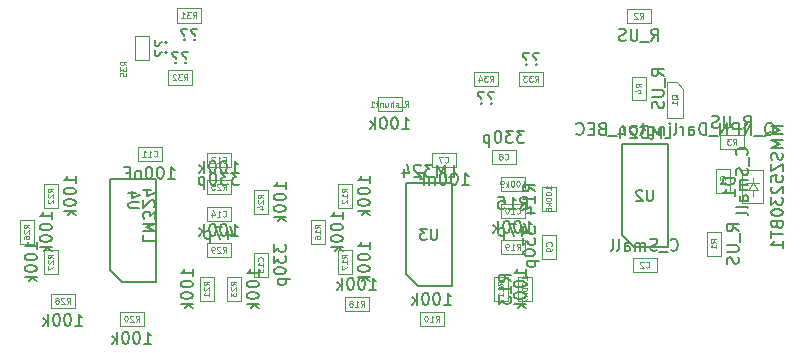
<source format=gbr>
G04 #@! TF.GenerationSoftware,KiCad,Pcbnew,(5.0.0-rc2-dev-586-g888c43477)*
G04 #@! TF.CreationDate,2018-06-03T13:56:13-03:00*
G04 #@! TF.ProjectId,Signal,5369676E616C2E6B696361645F706362,rev?*
G04 #@! TF.SameCoordinates,Original*
G04 #@! TF.FileFunction,Other,Fab,Bot*
%FSLAX46Y46*%
G04 Gerber Fmt 4.6, Leading zero omitted, Abs format (unit mm)*
G04 Created by KiCad (PCBNEW (5.0.0-rc2-dev-586-g888c43477)) date 06/03/18 13:56:13*
%MOMM*%
%LPD*%
G01*
G04 APERTURE LIST*
%ADD10C,0.100000*%
%ADD11C,0.150000*%
%ADD12C,0.080000*%
%ADD13C,0.075000*%
%ADD14C,0.135000*%
G04 APERTURE END LIST*
D10*
X31250000Y-22400000D02*
X29250000Y-22400000D01*
X31250000Y-23600000D02*
X31250000Y-22400000D01*
X29250000Y-23600000D02*
X31250000Y-23600000D01*
X29250000Y-22400000D02*
X29250000Y-23600000D01*
X72836000Y-23942000D02*
X72836000Y-26392000D01*
X72286000Y-23372000D02*
X71436000Y-23372000D01*
X72836000Y-23942000D02*
X72286000Y-23372000D01*
X71436000Y-23372000D02*
X71436000Y-26412000D01*
X72836000Y-26412000D02*
X71436000Y-26412000D01*
X46212000Y-41564000D02*
X44212000Y-41564000D01*
X46212000Y-42764000D02*
X46212000Y-41564000D01*
X44212000Y-42764000D02*
X46212000Y-42764000D01*
X44212000Y-41564000D02*
X44212000Y-42764000D01*
X32528000Y-35144000D02*
X34528000Y-35144000D01*
X32528000Y-33944000D02*
X32528000Y-35144000D01*
X34528000Y-33944000D02*
X32528000Y-33944000D01*
X34528000Y-35144000D02*
X34528000Y-33944000D01*
X37684000Y-37862000D02*
X36484000Y-37862000D01*
X36484000Y-37862000D02*
X36484000Y-39862000D01*
X36484000Y-39862000D02*
X37684000Y-39862000D01*
X37684000Y-39862000D02*
X37684000Y-37862000D01*
X32528000Y-30572000D02*
X34528000Y-30572000D01*
X32528000Y-29372000D02*
X32528000Y-30572000D01*
X34528000Y-29372000D02*
X32528000Y-29372000D01*
X34528000Y-30572000D02*
X34528000Y-29372000D01*
X28686000Y-30064000D02*
X28686000Y-28864000D01*
X28686000Y-28864000D02*
X26686000Y-28864000D01*
X26686000Y-28864000D02*
X26686000Y-30064000D01*
X26686000Y-30064000D02*
X28686000Y-30064000D01*
X76800000Y-32750000D02*
X76800000Y-30750000D01*
X75600000Y-32750000D02*
X76800000Y-32750000D01*
X75600000Y-30750000D02*
X75600000Y-32750000D01*
X76800000Y-30750000D02*
X75600000Y-30750000D01*
X68596000Y-38262000D02*
X68596000Y-39462000D01*
X68596000Y-39462000D02*
X70596000Y-39462000D01*
X70596000Y-39462000D02*
X70596000Y-38262000D01*
X70596000Y-38262000D02*
X68596000Y-38262000D01*
X51578000Y-30572000D02*
X53578000Y-30572000D01*
X51578000Y-29372000D02*
X51578000Y-30572000D01*
X53578000Y-29372000D02*
X51578000Y-29372000D01*
X53578000Y-30572000D02*
X53578000Y-29372000D01*
X58658000Y-29118000D02*
X56658000Y-29118000D01*
X58658000Y-30318000D02*
X58658000Y-29118000D01*
X56658000Y-30318000D02*
X58658000Y-30318000D01*
X56658000Y-29118000D02*
X56658000Y-30318000D01*
X60916500Y-36338000D02*
X60916500Y-38338000D01*
X62116500Y-36338000D02*
X60916500Y-36338000D01*
X62116500Y-38338000D02*
X62116500Y-36338000D01*
X60916500Y-38338000D02*
X62116500Y-38338000D01*
X59420000Y-34890000D02*
X59420000Y-33690000D01*
X59420000Y-33690000D02*
X57420000Y-33690000D01*
X57420000Y-33690000D02*
X57420000Y-34890000D01*
X57420000Y-34890000D02*
X59420000Y-34890000D01*
X78740000Y-32508000D02*
X78740000Y-33008000D01*
X79140000Y-32508000D02*
X78740000Y-31908000D01*
X78340000Y-32508000D02*
X79140000Y-32508000D01*
X78740000Y-31908000D02*
X78340000Y-32508000D01*
X78740000Y-31908000D02*
X79290000Y-31908000D01*
X78740000Y-31908000D02*
X78190000Y-31908000D01*
X78740000Y-31508000D02*
X78740000Y-31908000D01*
X79640000Y-30858000D02*
X77840000Y-30858000D01*
X79640000Y-33658000D02*
X79640000Y-30858000D01*
X77840000Y-33658000D02*
X79640000Y-33658000D01*
X77840000Y-30858000D02*
X77840000Y-33658000D01*
X42510000Y-37068000D02*
X42510000Y-35068000D01*
X41310000Y-37068000D02*
X42510000Y-37068000D01*
X41310000Y-35068000D02*
X41310000Y-37068000D01*
X42510000Y-35068000D02*
X41310000Y-35068000D01*
X58836000Y-41894000D02*
X60036000Y-41894000D01*
X60036000Y-41894000D02*
X60036000Y-39894000D01*
X60036000Y-39894000D02*
X58836000Y-39894000D01*
X58836000Y-39894000D02*
X58836000Y-41894000D01*
X44796000Y-34020000D02*
X44796000Y-32020000D01*
X43596000Y-34020000D02*
X44796000Y-34020000D01*
X43596000Y-32020000D02*
X43596000Y-34020000D01*
X44796000Y-32020000D02*
X43596000Y-32020000D01*
X76038000Y-36084000D02*
X74838000Y-36084000D01*
X74838000Y-36084000D02*
X74838000Y-38084000D01*
X74838000Y-38084000D02*
X76038000Y-38084000D01*
X76038000Y-38084000D02*
X76038000Y-36084000D01*
X68088000Y-18380000D02*
X70088000Y-18380000D01*
X68088000Y-17180000D02*
X68088000Y-18380000D01*
X70088000Y-17180000D02*
X68088000Y-17180000D01*
X70088000Y-18380000D02*
X70088000Y-17180000D01*
X75962000Y-27848000D02*
X75962000Y-29048000D01*
X75962000Y-29048000D02*
X77962000Y-29048000D01*
X77962000Y-29048000D02*
X77962000Y-27848000D01*
X77962000Y-27848000D02*
X75962000Y-27848000D01*
X69688000Y-24924500D02*
X69688000Y-22924500D01*
X68488000Y-24924500D02*
X69688000Y-24924500D01*
X68488000Y-22924500D02*
X68488000Y-24924500D01*
X69688000Y-22924500D02*
X68488000Y-22924500D01*
X50562000Y-42834000D02*
X50562000Y-44034000D01*
X50562000Y-44034000D02*
X52562000Y-44034000D01*
X52562000Y-44034000D02*
X52562000Y-42834000D01*
X52562000Y-42834000D02*
X50562000Y-42834000D01*
X58004000Y-41894000D02*
X58004000Y-39894000D01*
X56804000Y-41894000D02*
X58004000Y-41894000D01*
X56804000Y-39894000D02*
X56804000Y-41894000D01*
X58004000Y-39894000D02*
X56804000Y-39894000D01*
X49000000Y-25850000D02*
X49000000Y-24650000D01*
X49000000Y-24650000D02*
X47000000Y-24650000D01*
X47000000Y-24650000D02*
X47000000Y-25850000D01*
X47000000Y-25850000D02*
X49000000Y-25850000D01*
X19320000Y-42510000D02*
X21320000Y-42510000D01*
X19320000Y-41310000D02*
X19320000Y-42510000D01*
X21320000Y-41310000D02*
X19320000Y-41310000D01*
X21320000Y-42510000D02*
X21320000Y-41310000D01*
X18704000Y-39608000D02*
X19904000Y-39608000D01*
X19904000Y-39608000D02*
X19904000Y-37608000D01*
X19904000Y-37608000D02*
X18704000Y-37608000D01*
X18704000Y-37608000D02*
X18704000Y-39608000D01*
X60868000Y-32274000D02*
X60868000Y-34274000D01*
X62068000Y-32274000D02*
X60868000Y-32274000D01*
X62068000Y-34274000D02*
X62068000Y-32274000D01*
X60868000Y-34274000D02*
X62068000Y-34274000D01*
X32528000Y-31658000D02*
X32528000Y-32858000D01*
X32528000Y-32858000D02*
X34528000Y-32858000D01*
X34528000Y-32858000D02*
X34528000Y-31658000D01*
X34528000Y-31658000D02*
X32528000Y-31658000D01*
X37684000Y-34528000D02*
X37684000Y-32528000D01*
X36484000Y-34528000D02*
X37684000Y-34528000D01*
X36484000Y-32528000D02*
X36484000Y-34528000D01*
X37684000Y-32528000D02*
X36484000Y-32528000D01*
X35398000Y-39894000D02*
X34198000Y-39894000D01*
X34198000Y-39894000D02*
X34198000Y-41894000D01*
X34198000Y-41894000D02*
X35398000Y-41894000D01*
X35398000Y-41894000D02*
X35398000Y-39894000D01*
X19904000Y-34020000D02*
X19904000Y-32020000D01*
X18704000Y-34020000D02*
X19904000Y-34020000D01*
X18704000Y-32020000D02*
X18704000Y-34020000D01*
X19904000Y-32020000D02*
X18704000Y-32020000D01*
X31912000Y-41894000D02*
X33112000Y-41894000D01*
X33112000Y-41894000D02*
X33112000Y-39894000D01*
X33112000Y-39894000D02*
X31912000Y-39894000D01*
X31912000Y-39894000D02*
X31912000Y-41894000D01*
X25162000Y-44034000D02*
X27162000Y-44034000D01*
X25162000Y-42834000D02*
X25162000Y-44034000D01*
X27162000Y-42834000D02*
X25162000Y-42834000D01*
X27162000Y-44034000D02*
X27162000Y-42834000D01*
X57420000Y-36738000D02*
X57420000Y-37938000D01*
X57420000Y-37938000D02*
X59420000Y-37938000D01*
X59420000Y-37938000D02*
X59420000Y-36738000D01*
X59420000Y-36738000D02*
X57420000Y-36738000D01*
X44796000Y-37608000D02*
X43596000Y-37608000D01*
X43596000Y-37608000D02*
X43596000Y-39608000D01*
X43596000Y-39608000D02*
X44796000Y-39608000D01*
X44796000Y-39608000D02*
X44796000Y-37608000D01*
X17872000Y-37068000D02*
X17872000Y-35068000D01*
X16672000Y-37068000D02*
X17872000Y-37068000D01*
X16672000Y-35068000D02*
X16672000Y-37068000D01*
X17872000Y-35068000D02*
X16672000Y-35068000D01*
X59420000Y-32604000D02*
X59420000Y-31404000D01*
X59420000Y-31404000D02*
X57420000Y-31404000D01*
X57420000Y-31404000D02*
X57420000Y-32604000D01*
X57420000Y-32604000D02*
X59420000Y-32604000D01*
X34528000Y-36992000D02*
X32528000Y-36992000D01*
X34528000Y-38192000D02*
X34528000Y-36992000D01*
X32528000Y-38192000D02*
X34528000Y-38192000D01*
X32528000Y-36992000D02*
X32528000Y-38192000D01*
X27600000Y-19500000D02*
X26400000Y-19500000D01*
X26400000Y-19500000D02*
X26400000Y-21500000D01*
X26400000Y-21500000D02*
X27600000Y-21500000D01*
X27600000Y-21500000D02*
X27600000Y-19500000D01*
D11*
X50358000Y-40672000D02*
X53258000Y-40672000D01*
X53258000Y-40672000D02*
X53258000Y-31972000D01*
X53258000Y-31972000D02*
X49358000Y-31972000D01*
X49358000Y-31972000D02*
X49358000Y-39672000D01*
X49358000Y-39672000D02*
X50358000Y-40672000D01*
D10*
X30000000Y-18350000D02*
X32000000Y-18350000D01*
X30000000Y-17150000D02*
X30000000Y-18350000D01*
X32000000Y-17150000D02*
X30000000Y-17150000D01*
X32000000Y-18350000D02*
X32000000Y-17150000D01*
X58944000Y-22514000D02*
X58944000Y-23714000D01*
X58944000Y-23714000D02*
X60944000Y-23714000D01*
X60944000Y-23714000D02*
X60944000Y-22514000D01*
X60944000Y-22514000D02*
X58944000Y-22514000D01*
X57134000Y-23714000D02*
X57134000Y-22514000D01*
X57134000Y-22514000D02*
X55134000Y-22514000D01*
X55134000Y-22514000D02*
X55134000Y-23714000D01*
X55134000Y-23714000D02*
X57134000Y-23714000D01*
D11*
X24339000Y-39291000D02*
X25339000Y-40291000D01*
X24339000Y-31591000D02*
X24339000Y-39291000D01*
X28239000Y-31591000D02*
X24339000Y-31591000D01*
X28239000Y-40291000D02*
X28239000Y-31591000D01*
X25339000Y-40291000D02*
X28239000Y-40291000D01*
X68646000Y-37370000D02*
X71546000Y-37370000D01*
X71546000Y-37370000D02*
X71546000Y-28670000D01*
X71546000Y-28670000D02*
X67646000Y-28670000D01*
X67646000Y-28670000D02*
X67646000Y-36370000D01*
X67646000Y-36370000D02*
X68646000Y-37370000D01*
X30726190Y-21707142D02*
X30678571Y-21754761D01*
X30726190Y-21802380D01*
X30773809Y-21754761D01*
X30726190Y-21707142D01*
X30726190Y-21802380D01*
X30916666Y-20850000D02*
X30821428Y-20802380D01*
X30583333Y-20802380D01*
X30488095Y-20850000D01*
X30440476Y-20945238D01*
X30440476Y-21040476D01*
X30488095Y-21135714D01*
X30535714Y-21183333D01*
X30630952Y-21230952D01*
X30678571Y-21278571D01*
X30726190Y-21373809D01*
X30726190Y-21421428D01*
X29869047Y-21707142D02*
X29821428Y-21754761D01*
X29869047Y-21802380D01*
X29916666Y-21754761D01*
X29869047Y-21707142D01*
X29869047Y-21802380D01*
X30059523Y-20850000D02*
X29964285Y-20802380D01*
X29726190Y-20802380D01*
X29630952Y-20850000D01*
X29583333Y-20945238D01*
X29583333Y-21040476D01*
X29630952Y-21135714D01*
X29678571Y-21183333D01*
X29773809Y-21230952D01*
X29821428Y-21278571D01*
X29869047Y-21373809D01*
X29869047Y-21421428D01*
D12*
X30571428Y-23226190D02*
X30738095Y-22988095D01*
X30857142Y-23226190D02*
X30857142Y-22726190D01*
X30666666Y-22726190D01*
X30619047Y-22750000D01*
X30595238Y-22773809D01*
X30571428Y-22821428D01*
X30571428Y-22892857D01*
X30595238Y-22940476D01*
X30619047Y-22964285D01*
X30666666Y-22988095D01*
X30857142Y-22988095D01*
X30404761Y-22726190D02*
X30095238Y-22726190D01*
X30261904Y-22916666D01*
X30190476Y-22916666D01*
X30142857Y-22940476D01*
X30119047Y-22964285D01*
X30095238Y-23011904D01*
X30095238Y-23130952D01*
X30119047Y-23178571D01*
X30142857Y-23202380D01*
X30190476Y-23226190D01*
X30333333Y-23226190D01*
X30380952Y-23202380D01*
X30404761Y-23178571D01*
X29904761Y-22773809D02*
X29880952Y-22750000D01*
X29833333Y-22726190D01*
X29714285Y-22726190D01*
X29666666Y-22750000D01*
X29642857Y-22773809D01*
X29619047Y-22821428D01*
X29619047Y-22869047D01*
X29642857Y-22940476D01*
X29928571Y-23226190D01*
X29619047Y-23226190D01*
D11*
X79755047Y-27939619D02*
X79850285Y-27892000D01*
X79945523Y-27796761D01*
X80088380Y-27653904D01*
X80183619Y-27606285D01*
X80278857Y-27606285D01*
X80231238Y-27844380D02*
X80326476Y-27796761D01*
X80421714Y-27701523D01*
X80469333Y-27511047D01*
X80469333Y-27177714D01*
X80421714Y-26987238D01*
X80326476Y-26892000D01*
X80231238Y-26844380D01*
X80040761Y-26844380D01*
X79945523Y-26892000D01*
X79850285Y-26987238D01*
X79802666Y-27177714D01*
X79802666Y-27511047D01*
X79850285Y-27701523D01*
X79945523Y-27796761D01*
X80040761Y-27844380D01*
X80231238Y-27844380D01*
X79612190Y-27939619D02*
X78850285Y-27939619D01*
X78612190Y-27844380D02*
X78612190Y-26844380D01*
X78040761Y-27844380D01*
X78040761Y-26844380D01*
X77564571Y-27844380D02*
X77564571Y-26844380D01*
X77183619Y-26844380D01*
X77088380Y-26892000D01*
X77040761Y-26939619D01*
X76993142Y-27034857D01*
X76993142Y-27177714D01*
X77040761Y-27272952D01*
X77088380Y-27320571D01*
X77183619Y-27368190D01*
X77564571Y-27368190D01*
X76564571Y-27844380D02*
X76564571Y-26844380D01*
X75993142Y-27844380D01*
X75993142Y-26844380D01*
X75755047Y-27939619D02*
X74993142Y-27939619D01*
X74755047Y-27844380D02*
X74755047Y-26844380D01*
X74516952Y-26844380D01*
X74374095Y-26892000D01*
X74278857Y-26987238D01*
X74231238Y-27082476D01*
X74183619Y-27272952D01*
X74183619Y-27415809D01*
X74231238Y-27606285D01*
X74278857Y-27701523D01*
X74374095Y-27796761D01*
X74516952Y-27844380D01*
X74755047Y-27844380D01*
X73326476Y-27844380D02*
X73326476Y-27320571D01*
X73374095Y-27225333D01*
X73469333Y-27177714D01*
X73659809Y-27177714D01*
X73755047Y-27225333D01*
X73326476Y-27796761D02*
X73421714Y-27844380D01*
X73659809Y-27844380D01*
X73755047Y-27796761D01*
X73802666Y-27701523D01*
X73802666Y-27606285D01*
X73755047Y-27511047D01*
X73659809Y-27463428D01*
X73421714Y-27463428D01*
X73326476Y-27415809D01*
X72850285Y-27844380D02*
X72850285Y-27177714D01*
X72850285Y-27368190D02*
X72802666Y-27272952D01*
X72755047Y-27225333D01*
X72659809Y-27177714D01*
X72564571Y-27177714D01*
X72088380Y-27844380D02*
X72183619Y-27796761D01*
X72231238Y-27701523D01*
X72231238Y-26844380D01*
X71707428Y-27844380D02*
X71707428Y-27177714D01*
X71707428Y-26844380D02*
X71755047Y-26892000D01*
X71707428Y-26939619D01*
X71659809Y-26892000D01*
X71707428Y-26844380D01*
X71707428Y-26939619D01*
X71231238Y-27177714D02*
X71231238Y-27844380D01*
X71231238Y-27272952D02*
X71183619Y-27225333D01*
X71088380Y-27177714D01*
X70945523Y-27177714D01*
X70850285Y-27225333D01*
X70802666Y-27320571D01*
X70802666Y-27844380D01*
X69897904Y-27177714D02*
X69897904Y-27987238D01*
X69945523Y-28082476D01*
X69993142Y-28130095D01*
X70088380Y-28177714D01*
X70231238Y-28177714D01*
X70326476Y-28130095D01*
X69897904Y-27796761D02*
X69993142Y-27844380D01*
X70183619Y-27844380D01*
X70278857Y-27796761D01*
X70326476Y-27749142D01*
X70374095Y-27653904D01*
X70374095Y-27368190D01*
X70326476Y-27272952D01*
X70278857Y-27225333D01*
X70183619Y-27177714D01*
X69993142Y-27177714D01*
X69897904Y-27225333D01*
X69564571Y-27177714D02*
X69183619Y-27177714D01*
X69421714Y-26844380D02*
X69421714Y-27701523D01*
X69374095Y-27796761D01*
X69278857Y-27844380D01*
X69183619Y-27844380D01*
X68707428Y-27844380D02*
X68802666Y-27796761D01*
X68850285Y-27749142D01*
X68897904Y-27653904D01*
X68897904Y-27368190D01*
X68850285Y-27272952D01*
X68802666Y-27225333D01*
X68707428Y-27177714D01*
X68564571Y-27177714D01*
X68469333Y-27225333D01*
X68421714Y-27272952D01*
X68374095Y-27368190D01*
X68374095Y-27653904D01*
X68421714Y-27749142D01*
X68469333Y-27796761D01*
X68564571Y-27844380D01*
X68707428Y-27844380D01*
X67945523Y-27177714D02*
X67945523Y-27844380D01*
X67945523Y-27272952D02*
X67897904Y-27225333D01*
X67802666Y-27177714D01*
X67659809Y-27177714D01*
X67564571Y-27225333D01*
X67516952Y-27320571D01*
X67516952Y-27844380D01*
X67278857Y-27939619D02*
X66516952Y-27939619D01*
X65945523Y-27320571D02*
X65802666Y-27368190D01*
X65755047Y-27415809D01*
X65707428Y-27511047D01*
X65707428Y-27653904D01*
X65755047Y-27749142D01*
X65802666Y-27796761D01*
X65897904Y-27844380D01*
X66278857Y-27844380D01*
X66278857Y-26844380D01*
X65945523Y-26844380D01*
X65850285Y-26892000D01*
X65802666Y-26939619D01*
X65755047Y-27034857D01*
X65755047Y-27130095D01*
X65802666Y-27225333D01*
X65850285Y-27272952D01*
X65945523Y-27320571D01*
X66278857Y-27320571D01*
X65278857Y-27320571D02*
X64945523Y-27320571D01*
X64802666Y-27844380D02*
X65278857Y-27844380D01*
X65278857Y-26844380D01*
X64802666Y-26844380D01*
X63802666Y-27749142D02*
X63850285Y-27796761D01*
X63993142Y-27844380D01*
X64088380Y-27844380D01*
X64231238Y-27796761D01*
X64326476Y-27701523D01*
X64374095Y-27606285D01*
X64421714Y-27415809D01*
X64421714Y-27272952D01*
X64374095Y-27082476D01*
X64326476Y-26987238D01*
X64231238Y-26892000D01*
X64088380Y-26844380D01*
X63993142Y-26844380D01*
X63850285Y-26892000D01*
X63802666Y-26939619D01*
D13*
X72409809Y-24844380D02*
X72386000Y-24796761D01*
X72338380Y-24749142D01*
X72266952Y-24677714D01*
X72243142Y-24630095D01*
X72243142Y-24582476D01*
X72362190Y-24606285D02*
X72338380Y-24558666D01*
X72290761Y-24511047D01*
X72195523Y-24487238D01*
X72028857Y-24487238D01*
X71933619Y-24511047D01*
X71886000Y-24558666D01*
X71862190Y-24606285D01*
X71862190Y-24701523D01*
X71886000Y-24749142D01*
X71933619Y-24796761D01*
X72028857Y-24820571D01*
X72195523Y-24820571D01*
X72290761Y-24796761D01*
X72338380Y-24749142D01*
X72362190Y-24701523D01*
X72362190Y-24606285D01*
X72362190Y-25296761D02*
X72362190Y-25011047D01*
X72362190Y-25153904D02*
X71862190Y-25153904D01*
X71933619Y-25106285D01*
X71981238Y-25058666D01*
X72005047Y-25011047D01*
D11*
X46283428Y-40966380D02*
X46854857Y-40966380D01*
X46569142Y-40966380D02*
X46569142Y-39966380D01*
X46664380Y-40109238D01*
X46759619Y-40204476D01*
X46854857Y-40252095D01*
X45664380Y-39966380D02*
X45569142Y-39966380D01*
X45473904Y-40014000D01*
X45426285Y-40061619D01*
X45378666Y-40156857D01*
X45331047Y-40347333D01*
X45331047Y-40585428D01*
X45378666Y-40775904D01*
X45426285Y-40871142D01*
X45473904Y-40918761D01*
X45569142Y-40966380D01*
X45664380Y-40966380D01*
X45759619Y-40918761D01*
X45807238Y-40871142D01*
X45854857Y-40775904D01*
X45902476Y-40585428D01*
X45902476Y-40347333D01*
X45854857Y-40156857D01*
X45807238Y-40061619D01*
X45759619Y-40014000D01*
X45664380Y-39966380D01*
X44712000Y-39966380D02*
X44616761Y-39966380D01*
X44521523Y-40014000D01*
X44473904Y-40061619D01*
X44426285Y-40156857D01*
X44378666Y-40347333D01*
X44378666Y-40585428D01*
X44426285Y-40775904D01*
X44473904Y-40871142D01*
X44521523Y-40918761D01*
X44616761Y-40966380D01*
X44712000Y-40966380D01*
X44807238Y-40918761D01*
X44854857Y-40871142D01*
X44902476Y-40775904D01*
X44950095Y-40585428D01*
X44950095Y-40347333D01*
X44902476Y-40156857D01*
X44854857Y-40061619D01*
X44807238Y-40014000D01*
X44712000Y-39966380D01*
X43950095Y-40966380D02*
X43950095Y-39966380D01*
X43854857Y-40585428D02*
X43569142Y-40966380D01*
X43569142Y-40299714D02*
X43950095Y-40680666D01*
D12*
X45533428Y-42390190D02*
X45700095Y-42152095D01*
X45819142Y-42390190D02*
X45819142Y-41890190D01*
X45628666Y-41890190D01*
X45581047Y-41914000D01*
X45557238Y-41937809D01*
X45533428Y-41985428D01*
X45533428Y-42056857D01*
X45557238Y-42104476D01*
X45581047Y-42128285D01*
X45628666Y-42152095D01*
X45819142Y-42152095D01*
X45057238Y-42390190D02*
X45342952Y-42390190D01*
X45200095Y-42390190D02*
X45200095Y-41890190D01*
X45247714Y-41961619D01*
X45295333Y-42009238D01*
X45342952Y-42033047D01*
X44771523Y-42104476D02*
X44819142Y-42080666D01*
X44842952Y-42056857D01*
X44866761Y-42009238D01*
X44866761Y-41985428D01*
X44842952Y-41937809D01*
X44819142Y-41914000D01*
X44771523Y-41890190D01*
X44676285Y-41890190D01*
X44628666Y-41914000D01*
X44604857Y-41937809D01*
X44581047Y-41985428D01*
X44581047Y-42009238D01*
X44604857Y-42056857D01*
X44628666Y-42080666D01*
X44676285Y-42104476D01*
X44771523Y-42104476D01*
X44819142Y-42128285D01*
X44842952Y-42152095D01*
X44866761Y-42199714D01*
X44866761Y-42294952D01*
X44842952Y-42342571D01*
X44819142Y-42366380D01*
X44771523Y-42390190D01*
X44676285Y-42390190D01*
X44628666Y-42366380D01*
X44604857Y-42342571D01*
X44581047Y-42294952D01*
X44581047Y-42199714D01*
X44604857Y-42152095D01*
X44628666Y-42128285D01*
X44676285Y-42104476D01*
D11*
X34266095Y-35979714D02*
X34266095Y-36646380D01*
X34504190Y-35598761D02*
X34742285Y-36313047D01*
X34123238Y-36313047D01*
X33837523Y-35646380D02*
X33170857Y-35646380D01*
X33599428Y-36646380D01*
X32789904Y-35979714D02*
X32789904Y-36979714D01*
X32789904Y-36027333D02*
X32694666Y-35979714D01*
X32504190Y-35979714D01*
X32408952Y-36027333D01*
X32361333Y-36074952D01*
X32313714Y-36170190D01*
X32313714Y-36455904D01*
X32361333Y-36551142D01*
X32408952Y-36598761D01*
X32504190Y-36646380D01*
X32694666Y-36646380D01*
X32789904Y-36598761D01*
D12*
X33849428Y-34722571D02*
X33873238Y-34746380D01*
X33944666Y-34770190D01*
X33992285Y-34770190D01*
X34063714Y-34746380D01*
X34111333Y-34698761D01*
X34135142Y-34651142D01*
X34158952Y-34555904D01*
X34158952Y-34484476D01*
X34135142Y-34389238D01*
X34111333Y-34341619D01*
X34063714Y-34294000D01*
X33992285Y-34270190D01*
X33944666Y-34270190D01*
X33873238Y-34294000D01*
X33849428Y-34317809D01*
X33373238Y-34770190D02*
X33658952Y-34770190D01*
X33516095Y-34770190D02*
X33516095Y-34270190D01*
X33563714Y-34341619D01*
X33611333Y-34389238D01*
X33658952Y-34413047D01*
X32944666Y-34436857D02*
X32944666Y-34770190D01*
X33063714Y-34246380D02*
X33182761Y-34603523D01*
X32873238Y-34603523D01*
D11*
X38186380Y-37123904D02*
X38186380Y-37742952D01*
X38567333Y-37409619D01*
X38567333Y-37552476D01*
X38614952Y-37647714D01*
X38662571Y-37695333D01*
X38757809Y-37742952D01*
X38995904Y-37742952D01*
X39091142Y-37695333D01*
X39138761Y-37647714D01*
X39186380Y-37552476D01*
X39186380Y-37266761D01*
X39138761Y-37171523D01*
X39091142Y-37123904D01*
X38186380Y-38076285D02*
X38186380Y-38695333D01*
X38567333Y-38362000D01*
X38567333Y-38504857D01*
X38614952Y-38600095D01*
X38662571Y-38647714D01*
X38757809Y-38695333D01*
X38995904Y-38695333D01*
X39091142Y-38647714D01*
X39138761Y-38600095D01*
X39186380Y-38504857D01*
X39186380Y-38219142D01*
X39138761Y-38123904D01*
X39091142Y-38076285D01*
X38186380Y-39314380D02*
X38186380Y-39409619D01*
X38234000Y-39504857D01*
X38281619Y-39552476D01*
X38376857Y-39600095D01*
X38567333Y-39647714D01*
X38805428Y-39647714D01*
X38995904Y-39600095D01*
X39091142Y-39552476D01*
X39138761Y-39504857D01*
X39186380Y-39409619D01*
X39186380Y-39314380D01*
X39138761Y-39219142D01*
X39091142Y-39171523D01*
X38995904Y-39123904D01*
X38805428Y-39076285D01*
X38567333Y-39076285D01*
X38376857Y-39123904D01*
X38281619Y-39171523D01*
X38234000Y-39219142D01*
X38186380Y-39314380D01*
X38519714Y-40076285D02*
X39519714Y-40076285D01*
X38567333Y-40076285D02*
X38519714Y-40171523D01*
X38519714Y-40362000D01*
X38567333Y-40457238D01*
X38614952Y-40504857D01*
X38710190Y-40552476D01*
X38995904Y-40552476D01*
X39091142Y-40504857D01*
X39138761Y-40457238D01*
X39186380Y-40362000D01*
X39186380Y-40171523D01*
X39138761Y-40076285D01*
D12*
X37262571Y-38540571D02*
X37286380Y-38516761D01*
X37310190Y-38445333D01*
X37310190Y-38397714D01*
X37286380Y-38326285D01*
X37238761Y-38278666D01*
X37191142Y-38254857D01*
X37095904Y-38231047D01*
X37024476Y-38231047D01*
X36929238Y-38254857D01*
X36881619Y-38278666D01*
X36834000Y-38326285D01*
X36810190Y-38397714D01*
X36810190Y-38445333D01*
X36834000Y-38516761D01*
X36857809Y-38540571D01*
X37310190Y-39016761D02*
X37310190Y-38731047D01*
X37310190Y-38873904D02*
X36810190Y-38873904D01*
X36881619Y-38826285D01*
X36929238Y-38778666D01*
X36953047Y-38731047D01*
X36810190Y-39183428D02*
X36810190Y-39492952D01*
X37000666Y-39326285D01*
X37000666Y-39397714D01*
X37024476Y-39445333D01*
X37048285Y-39469142D01*
X37095904Y-39492952D01*
X37214952Y-39492952D01*
X37262571Y-39469142D01*
X37286380Y-39445333D01*
X37310190Y-39397714D01*
X37310190Y-39254857D01*
X37286380Y-39207238D01*
X37262571Y-39183428D01*
D11*
X35266095Y-31074380D02*
X34647047Y-31074380D01*
X34980380Y-31455333D01*
X34837523Y-31455333D01*
X34742285Y-31502952D01*
X34694666Y-31550571D01*
X34647047Y-31645809D01*
X34647047Y-31883904D01*
X34694666Y-31979142D01*
X34742285Y-32026761D01*
X34837523Y-32074380D01*
X35123238Y-32074380D01*
X35218476Y-32026761D01*
X35266095Y-31979142D01*
X34313714Y-31074380D02*
X33694666Y-31074380D01*
X34028000Y-31455333D01*
X33885142Y-31455333D01*
X33789904Y-31502952D01*
X33742285Y-31550571D01*
X33694666Y-31645809D01*
X33694666Y-31883904D01*
X33742285Y-31979142D01*
X33789904Y-32026761D01*
X33885142Y-32074380D01*
X34170857Y-32074380D01*
X34266095Y-32026761D01*
X34313714Y-31979142D01*
X33075619Y-31074380D02*
X32980380Y-31074380D01*
X32885142Y-31122000D01*
X32837523Y-31169619D01*
X32789904Y-31264857D01*
X32742285Y-31455333D01*
X32742285Y-31693428D01*
X32789904Y-31883904D01*
X32837523Y-31979142D01*
X32885142Y-32026761D01*
X32980380Y-32074380D01*
X33075619Y-32074380D01*
X33170857Y-32026761D01*
X33218476Y-31979142D01*
X33266095Y-31883904D01*
X33313714Y-31693428D01*
X33313714Y-31455333D01*
X33266095Y-31264857D01*
X33218476Y-31169619D01*
X33170857Y-31122000D01*
X33075619Y-31074380D01*
X32313714Y-31407714D02*
X32313714Y-32407714D01*
X32313714Y-31455333D02*
X32218476Y-31407714D01*
X32028000Y-31407714D01*
X31932761Y-31455333D01*
X31885142Y-31502952D01*
X31837523Y-31598190D01*
X31837523Y-31883904D01*
X31885142Y-31979142D01*
X31932761Y-32026761D01*
X32028000Y-32074380D01*
X32218476Y-32074380D01*
X32313714Y-32026761D01*
D12*
X33849428Y-30150571D02*
X33873238Y-30174380D01*
X33944666Y-30198190D01*
X33992285Y-30198190D01*
X34063714Y-30174380D01*
X34111333Y-30126761D01*
X34135142Y-30079142D01*
X34158952Y-29983904D01*
X34158952Y-29912476D01*
X34135142Y-29817238D01*
X34111333Y-29769619D01*
X34063714Y-29722000D01*
X33992285Y-29698190D01*
X33944666Y-29698190D01*
X33873238Y-29722000D01*
X33849428Y-29745809D01*
X33373238Y-30198190D02*
X33658952Y-30198190D01*
X33516095Y-30198190D02*
X33516095Y-29698190D01*
X33563714Y-29769619D01*
X33611333Y-29817238D01*
X33658952Y-29841047D01*
X33182761Y-29745809D02*
X33158952Y-29722000D01*
X33111333Y-29698190D01*
X32992285Y-29698190D01*
X32944666Y-29722000D01*
X32920857Y-29745809D01*
X32897047Y-29793428D01*
X32897047Y-29841047D01*
X32920857Y-29912476D01*
X33206571Y-30198190D01*
X32897047Y-30198190D01*
D11*
X29233619Y-31566380D02*
X29805047Y-31566380D01*
X29519333Y-31566380D02*
X29519333Y-30566380D01*
X29614571Y-30709238D01*
X29709809Y-30804476D01*
X29805047Y-30852095D01*
X28614571Y-30566380D02*
X28519333Y-30566380D01*
X28424095Y-30614000D01*
X28376476Y-30661619D01*
X28328857Y-30756857D01*
X28281238Y-30947333D01*
X28281238Y-31185428D01*
X28328857Y-31375904D01*
X28376476Y-31471142D01*
X28424095Y-31518761D01*
X28519333Y-31566380D01*
X28614571Y-31566380D01*
X28709809Y-31518761D01*
X28757428Y-31471142D01*
X28805047Y-31375904D01*
X28852666Y-31185428D01*
X28852666Y-30947333D01*
X28805047Y-30756857D01*
X28757428Y-30661619D01*
X28709809Y-30614000D01*
X28614571Y-30566380D01*
X27662190Y-30566380D02*
X27566952Y-30566380D01*
X27471714Y-30614000D01*
X27424095Y-30661619D01*
X27376476Y-30756857D01*
X27328857Y-30947333D01*
X27328857Y-31185428D01*
X27376476Y-31375904D01*
X27424095Y-31471142D01*
X27471714Y-31518761D01*
X27566952Y-31566380D01*
X27662190Y-31566380D01*
X27757428Y-31518761D01*
X27805047Y-31471142D01*
X27852666Y-31375904D01*
X27900285Y-31185428D01*
X27900285Y-30947333D01*
X27852666Y-30756857D01*
X27805047Y-30661619D01*
X27757428Y-30614000D01*
X27662190Y-30566380D01*
X26900285Y-30899714D02*
X26900285Y-31566380D01*
X26900285Y-30994952D02*
X26852666Y-30947333D01*
X26757428Y-30899714D01*
X26614571Y-30899714D01*
X26519333Y-30947333D01*
X26471714Y-31042571D01*
X26471714Y-31566380D01*
X25662190Y-31042571D02*
X25995523Y-31042571D01*
X25995523Y-31566380D02*
X25995523Y-30566380D01*
X25519333Y-30566380D01*
D12*
X28007428Y-29642571D02*
X28031238Y-29666380D01*
X28102666Y-29690190D01*
X28150285Y-29690190D01*
X28221714Y-29666380D01*
X28269333Y-29618761D01*
X28293142Y-29571142D01*
X28316952Y-29475904D01*
X28316952Y-29404476D01*
X28293142Y-29309238D01*
X28269333Y-29261619D01*
X28221714Y-29214000D01*
X28150285Y-29190190D01*
X28102666Y-29190190D01*
X28031238Y-29214000D01*
X28007428Y-29237809D01*
X27531238Y-29690190D02*
X27816952Y-29690190D01*
X27674095Y-29690190D02*
X27674095Y-29190190D01*
X27721714Y-29261619D01*
X27769333Y-29309238D01*
X27816952Y-29333047D01*
X27055047Y-29690190D02*
X27340761Y-29690190D01*
X27197904Y-29690190D02*
X27197904Y-29190190D01*
X27245523Y-29261619D01*
X27293142Y-29309238D01*
X27340761Y-29333047D01*
D11*
X78207142Y-29559523D02*
X78254761Y-29511904D01*
X78302380Y-29369047D01*
X78302380Y-29273809D01*
X78254761Y-29130952D01*
X78159523Y-29035714D01*
X78064285Y-28988095D01*
X77873809Y-28940476D01*
X77730952Y-28940476D01*
X77540476Y-28988095D01*
X77445238Y-29035714D01*
X77350000Y-29130952D01*
X77302380Y-29273809D01*
X77302380Y-29369047D01*
X77350000Y-29511904D01*
X77397619Y-29559523D01*
X78397619Y-29750000D02*
X78397619Y-30511904D01*
X78254761Y-30702380D02*
X78302380Y-30845238D01*
X78302380Y-31083333D01*
X78254761Y-31178571D01*
X78207142Y-31226190D01*
X78111904Y-31273809D01*
X78016666Y-31273809D01*
X77921428Y-31226190D01*
X77873809Y-31178571D01*
X77826190Y-31083333D01*
X77778571Y-30892857D01*
X77730952Y-30797619D01*
X77683333Y-30750000D01*
X77588095Y-30702380D01*
X77492857Y-30702380D01*
X77397619Y-30750000D01*
X77350000Y-30797619D01*
X77302380Y-30892857D01*
X77302380Y-31130952D01*
X77350000Y-31273809D01*
X78302380Y-31702380D02*
X77635714Y-31702380D01*
X77730952Y-31702380D02*
X77683333Y-31750000D01*
X77635714Y-31845238D01*
X77635714Y-31988095D01*
X77683333Y-32083333D01*
X77778571Y-32130952D01*
X78302380Y-32130952D01*
X77778571Y-32130952D02*
X77683333Y-32178571D01*
X77635714Y-32273809D01*
X77635714Y-32416666D01*
X77683333Y-32511904D01*
X77778571Y-32559523D01*
X78302380Y-32559523D01*
X78302380Y-33464285D02*
X77778571Y-33464285D01*
X77683333Y-33416666D01*
X77635714Y-33321428D01*
X77635714Y-33130952D01*
X77683333Y-33035714D01*
X78254761Y-33464285D02*
X78302380Y-33369047D01*
X78302380Y-33130952D01*
X78254761Y-33035714D01*
X78159523Y-32988095D01*
X78064285Y-32988095D01*
X77969047Y-33035714D01*
X77921428Y-33130952D01*
X77921428Y-33369047D01*
X77873809Y-33464285D01*
X78302380Y-34083333D02*
X78254761Y-33988095D01*
X78159523Y-33940476D01*
X77302380Y-33940476D01*
X78302380Y-34607142D02*
X78254761Y-34511904D01*
X78159523Y-34464285D01*
X77302380Y-34464285D01*
D12*
X76378571Y-31666666D02*
X76402380Y-31642857D01*
X76426190Y-31571428D01*
X76426190Y-31523809D01*
X76402380Y-31452380D01*
X76354761Y-31404761D01*
X76307142Y-31380952D01*
X76211904Y-31357142D01*
X76140476Y-31357142D01*
X76045238Y-31380952D01*
X75997619Y-31404761D01*
X75950000Y-31452380D01*
X75926190Y-31523809D01*
X75926190Y-31571428D01*
X75950000Y-31642857D01*
X75973809Y-31666666D01*
X76426190Y-32142857D02*
X76426190Y-31857142D01*
X76426190Y-32000000D02*
X75926190Y-32000000D01*
X75997619Y-31952380D01*
X76045238Y-31904761D01*
X76069047Y-31857142D01*
D11*
X71786476Y-37569142D02*
X71834095Y-37616761D01*
X71976952Y-37664380D01*
X72072190Y-37664380D01*
X72215047Y-37616761D01*
X72310285Y-37521523D01*
X72357904Y-37426285D01*
X72405523Y-37235809D01*
X72405523Y-37092952D01*
X72357904Y-36902476D01*
X72310285Y-36807238D01*
X72215047Y-36712000D01*
X72072190Y-36664380D01*
X71976952Y-36664380D01*
X71834095Y-36712000D01*
X71786476Y-36759619D01*
X71596000Y-37759619D02*
X70834095Y-37759619D01*
X70643619Y-37616761D02*
X70500761Y-37664380D01*
X70262666Y-37664380D01*
X70167428Y-37616761D01*
X70119809Y-37569142D01*
X70072190Y-37473904D01*
X70072190Y-37378666D01*
X70119809Y-37283428D01*
X70167428Y-37235809D01*
X70262666Y-37188190D01*
X70453142Y-37140571D01*
X70548380Y-37092952D01*
X70596000Y-37045333D01*
X70643619Y-36950095D01*
X70643619Y-36854857D01*
X70596000Y-36759619D01*
X70548380Y-36712000D01*
X70453142Y-36664380D01*
X70215047Y-36664380D01*
X70072190Y-36712000D01*
X69643619Y-37664380D02*
X69643619Y-36997714D01*
X69643619Y-37092952D02*
X69596000Y-37045333D01*
X69500761Y-36997714D01*
X69357904Y-36997714D01*
X69262666Y-37045333D01*
X69215047Y-37140571D01*
X69215047Y-37664380D01*
X69215047Y-37140571D02*
X69167428Y-37045333D01*
X69072190Y-36997714D01*
X68929333Y-36997714D01*
X68834095Y-37045333D01*
X68786476Y-37140571D01*
X68786476Y-37664380D01*
X67881714Y-37664380D02*
X67881714Y-37140571D01*
X67929333Y-37045333D01*
X68024571Y-36997714D01*
X68215047Y-36997714D01*
X68310285Y-37045333D01*
X67881714Y-37616761D02*
X67976952Y-37664380D01*
X68215047Y-37664380D01*
X68310285Y-37616761D01*
X68357904Y-37521523D01*
X68357904Y-37426285D01*
X68310285Y-37331047D01*
X68215047Y-37283428D01*
X67976952Y-37283428D01*
X67881714Y-37235809D01*
X67262666Y-37664380D02*
X67357904Y-37616761D01*
X67405523Y-37521523D01*
X67405523Y-36664380D01*
X66738857Y-37664380D02*
X66834095Y-37616761D01*
X66881714Y-37521523D01*
X66881714Y-36664380D01*
D12*
X69679333Y-39040571D02*
X69703142Y-39064380D01*
X69774571Y-39088190D01*
X69822190Y-39088190D01*
X69893619Y-39064380D01*
X69941238Y-39016761D01*
X69965047Y-38969142D01*
X69988857Y-38873904D01*
X69988857Y-38802476D01*
X69965047Y-38707238D01*
X69941238Y-38659619D01*
X69893619Y-38612000D01*
X69822190Y-38588190D01*
X69774571Y-38588190D01*
X69703142Y-38612000D01*
X69679333Y-38635809D01*
X69488857Y-38635809D02*
X69465047Y-38612000D01*
X69417428Y-38588190D01*
X69298380Y-38588190D01*
X69250761Y-38612000D01*
X69226952Y-38635809D01*
X69203142Y-38683428D01*
X69203142Y-38731047D01*
X69226952Y-38802476D01*
X69512666Y-39088190D01*
X69203142Y-39088190D01*
D11*
X54125619Y-32074380D02*
X54697047Y-32074380D01*
X54411333Y-32074380D02*
X54411333Y-31074380D01*
X54506571Y-31217238D01*
X54601809Y-31312476D01*
X54697047Y-31360095D01*
X53506571Y-31074380D02*
X53411333Y-31074380D01*
X53316095Y-31122000D01*
X53268476Y-31169619D01*
X53220857Y-31264857D01*
X53173238Y-31455333D01*
X53173238Y-31693428D01*
X53220857Y-31883904D01*
X53268476Y-31979142D01*
X53316095Y-32026761D01*
X53411333Y-32074380D01*
X53506571Y-32074380D01*
X53601809Y-32026761D01*
X53649428Y-31979142D01*
X53697047Y-31883904D01*
X53744666Y-31693428D01*
X53744666Y-31455333D01*
X53697047Y-31264857D01*
X53649428Y-31169619D01*
X53601809Y-31122000D01*
X53506571Y-31074380D01*
X52554190Y-31074380D02*
X52458952Y-31074380D01*
X52363714Y-31122000D01*
X52316095Y-31169619D01*
X52268476Y-31264857D01*
X52220857Y-31455333D01*
X52220857Y-31693428D01*
X52268476Y-31883904D01*
X52316095Y-31979142D01*
X52363714Y-32026761D01*
X52458952Y-32074380D01*
X52554190Y-32074380D01*
X52649428Y-32026761D01*
X52697047Y-31979142D01*
X52744666Y-31883904D01*
X52792285Y-31693428D01*
X52792285Y-31455333D01*
X52744666Y-31264857D01*
X52697047Y-31169619D01*
X52649428Y-31122000D01*
X52554190Y-31074380D01*
X51792285Y-31407714D02*
X51792285Y-32074380D01*
X51792285Y-31502952D02*
X51744666Y-31455333D01*
X51649428Y-31407714D01*
X51506571Y-31407714D01*
X51411333Y-31455333D01*
X51363714Y-31550571D01*
X51363714Y-32074380D01*
X50554190Y-31550571D02*
X50887523Y-31550571D01*
X50887523Y-32074380D02*
X50887523Y-31074380D01*
X50411333Y-31074380D01*
D12*
X52661333Y-30150571D02*
X52685142Y-30174380D01*
X52756571Y-30198190D01*
X52804190Y-30198190D01*
X52875619Y-30174380D01*
X52923238Y-30126761D01*
X52947047Y-30079142D01*
X52970857Y-29983904D01*
X52970857Y-29912476D01*
X52947047Y-29817238D01*
X52923238Y-29769619D01*
X52875619Y-29722000D01*
X52804190Y-29698190D01*
X52756571Y-29698190D01*
X52685142Y-29722000D01*
X52661333Y-29745809D01*
X52494666Y-29698190D02*
X52161333Y-29698190D01*
X52375619Y-30198190D01*
D11*
X59396095Y-27520380D02*
X58777047Y-27520380D01*
X59110380Y-27901333D01*
X58967523Y-27901333D01*
X58872285Y-27948952D01*
X58824666Y-27996571D01*
X58777047Y-28091809D01*
X58777047Y-28329904D01*
X58824666Y-28425142D01*
X58872285Y-28472761D01*
X58967523Y-28520380D01*
X59253238Y-28520380D01*
X59348476Y-28472761D01*
X59396095Y-28425142D01*
X58443714Y-27520380D02*
X57824666Y-27520380D01*
X58158000Y-27901333D01*
X58015142Y-27901333D01*
X57919904Y-27948952D01*
X57872285Y-27996571D01*
X57824666Y-28091809D01*
X57824666Y-28329904D01*
X57872285Y-28425142D01*
X57919904Y-28472761D01*
X58015142Y-28520380D01*
X58300857Y-28520380D01*
X58396095Y-28472761D01*
X58443714Y-28425142D01*
X57205619Y-27520380D02*
X57110380Y-27520380D01*
X57015142Y-27568000D01*
X56967523Y-27615619D01*
X56919904Y-27710857D01*
X56872285Y-27901333D01*
X56872285Y-28139428D01*
X56919904Y-28329904D01*
X56967523Y-28425142D01*
X57015142Y-28472761D01*
X57110380Y-28520380D01*
X57205619Y-28520380D01*
X57300857Y-28472761D01*
X57348476Y-28425142D01*
X57396095Y-28329904D01*
X57443714Y-28139428D01*
X57443714Y-27901333D01*
X57396095Y-27710857D01*
X57348476Y-27615619D01*
X57300857Y-27568000D01*
X57205619Y-27520380D01*
X56443714Y-27853714D02*
X56443714Y-28853714D01*
X56443714Y-27901333D02*
X56348476Y-27853714D01*
X56158000Y-27853714D01*
X56062761Y-27901333D01*
X56015142Y-27948952D01*
X55967523Y-28044190D01*
X55967523Y-28329904D01*
X56015142Y-28425142D01*
X56062761Y-28472761D01*
X56158000Y-28520380D01*
X56348476Y-28520380D01*
X56443714Y-28472761D01*
D12*
X57741333Y-29896571D02*
X57765142Y-29920380D01*
X57836571Y-29944190D01*
X57884190Y-29944190D01*
X57955619Y-29920380D01*
X58003238Y-29872761D01*
X58027047Y-29825142D01*
X58050857Y-29729904D01*
X58050857Y-29658476D01*
X58027047Y-29563238D01*
X58003238Y-29515619D01*
X57955619Y-29468000D01*
X57884190Y-29444190D01*
X57836571Y-29444190D01*
X57765142Y-29468000D01*
X57741333Y-29491809D01*
X57455619Y-29658476D02*
X57503238Y-29634666D01*
X57527047Y-29610857D01*
X57550857Y-29563238D01*
X57550857Y-29539428D01*
X57527047Y-29491809D01*
X57503238Y-29468000D01*
X57455619Y-29444190D01*
X57360380Y-29444190D01*
X57312761Y-29468000D01*
X57288952Y-29491809D01*
X57265142Y-29539428D01*
X57265142Y-29563238D01*
X57288952Y-29610857D01*
X57312761Y-29634666D01*
X57360380Y-29658476D01*
X57455619Y-29658476D01*
X57503238Y-29682285D01*
X57527047Y-29706095D01*
X57550857Y-29753714D01*
X57550857Y-29848952D01*
X57527047Y-29896571D01*
X57503238Y-29920380D01*
X57455619Y-29944190D01*
X57360380Y-29944190D01*
X57312761Y-29920380D01*
X57288952Y-29896571D01*
X57265142Y-29848952D01*
X57265142Y-29753714D01*
X57288952Y-29706095D01*
X57312761Y-29682285D01*
X57360380Y-29658476D01*
D11*
X59318880Y-35599904D02*
X59318880Y-36218952D01*
X59699833Y-35885619D01*
X59699833Y-36028476D01*
X59747452Y-36123714D01*
X59795071Y-36171333D01*
X59890309Y-36218952D01*
X60128404Y-36218952D01*
X60223642Y-36171333D01*
X60271261Y-36123714D01*
X60318880Y-36028476D01*
X60318880Y-35742761D01*
X60271261Y-35647523D01*
X60223642Y-35599904D01*
X59318880Y-36552285D02*
X59318880Y-37171333D01*
X59699833Y-36838000D01*
X59699833Y-36980857D01*
X59747452Y-37076095D01*
X59795071Y-37123714D01*
X59890309Y-37171333D01*
X60128404Y-37171333D01*
X60223642Y-37123714D01*
X60271261Y-37076095D01*
X60318880Y-36980857D01*
X60318880Y-36695142D01*
X60271261Y-36599904D01*
X60223642Y-36552285D01*
X59318880Y-37790380D02*
X59318880Y-37885619D01*
X59366500Y-37980857D01*
X59414119Y-38028476D01*
X59509357Y-38076095D01*
X59699833Y-38123714D01*
X59937928Y-38123714D01*
X60128404Y-38076095D01*
X60223642Y-38028476D01*
X60271261Y-37980857D01*
X60318880Y-37885619D01*
X60318880Y-37790380D01*
X60271261Y-37695142D01*
X60223642Y-37647523D01*
X60128404Y-37599904D01*
X59937928Y-37552285D01*
X59699833Y-37552285D01*
X59509357Y-37599904D01*
X59414119Y-37647523D01*
X59366500Y-37695142D01*
X59318880Y-37790380D01*
X59652214Y-38552285D02*
X60652214Y-38552285D01*
X59699833Y-38552285D02*
X59652214Y-38647523D01*
X59652214Y-38838000D01*
X59699833Y-38933238D01*
X59747452Y-38980857D01*
X59842690Y-39028476D01*
X60128404Y-39028476D01*
X60223642Y-38980857D01*
X60271261Y-38933238D01*
X60318880Y-38838000D01*
X60318880Y-38647523D01*
X60271261Y-38552285D01*
D12*
X61695071Y-37254666D02*
X61718880Y-37230857D01*
X61742690Y-37159428D01*
X61742690Y-37111809D01*
X61718880Y-37040380D01*
X61671261Y-36992761D01*
X61623642Y-36968952D01*
X61528404Y-36945142D01*
X61456976Y-36945142D01*
X61361738Y-36968952D01*
X61314119Y-36992761D01*
X61266500Y-37040380D01*
X61242690Y-37111809D01*
X61242690Y-37159428D01*
X61266500Y-37230857D01*
X61290309Y-37254666D01*
X61742690Y-37492761D02*
X61742690Y-37588000D01*
X61718880Y-37635619D01*
X61695071Y-37659428D01*
X61623642Y-37707047D01*
X61528404Y-37730857D01*
X61337928Y-37730857D01*
X61290309Y-37707047D01*
X61266500Y-37683238D01*
X61242690Y-37635619D01*
X61242690Y-37540380D01*
X61266500Y-37492761D01*
X61290309Y-37468952D01*
X61337928Y-37445142D01*
X61456976Y-37445142D01*
X61504595Y-37468952D01*
X61528404Y-37492761D01*
X61552214Y-37540380D01*
X61552214Y-37635619D01*
X61528404Y-37683238D01*
X61504595Y-37707047D01*
X61456976Y-37730857D01*
D11*
X59158095Y-35725714D02*
X59158095Y-36392380D01*
X59396190Y-35344761D02*
X59634285Y-36059047D01*
X59015238Y-36059047D01*
X58729523Y-35392380D02*
X58062857Y-35392380D01*
X58491428Y-36392380D01*
X57681904Y-35725714D02*
X57681904Y-36725714D01*
X57681904Y-35773333D02*
X57586666Y-35725714D01*
X57396190Y-35725714D01*
X57300952Y-35773333D01*
X57253333Y-35820952D01*
X57205714Y-35916190D01*
X57205714Y-36201904D01*
X57253333Y-36297142D01*
X57300952Y-36344761D01*
X57396190Y-36392380D01*
X57586666Y-36392380D01*
X57681904Y-36344761D01*
D12*
X58741428Y-34468571D02*
X58765238Y-34492380D01*
X58836666Y-34516190D01*
X58884285Y-34516190D01*
X58955714Y-34492380D01*
X59003333Y-34444761D01*
X59027142Y-34397142D01*
X59050952Y-34301904D01*
X59050952Y-34230476D01*
X59027142Y-34135238D01*
X59003333Y-34087619D01*
X58955714Y-34040000D01*
X58884285Y-34016190D01*
X58836666Y-34016190D01*
X58765238Y-34040000D01*
X58741428Y-34063809D01*
X58265238Y-34516190D02*
X58550952Y-34516190D01*
X58408095Y-34516190D02*
X58408095Y-34016190D01*
X58455714Y-34087619D01*
X58503333Y-34135238D01*
X58550952Y-34159047D01*
X57955714Y-34016190D02*
X57908095Y-34016190D01*
X57860476Y-34040000D01*
X57836666Y-34063809D01*
X57812857Y-34111428D01*
X57789047Y-34206666D01*
X57789047Y-34325714D01*
X57812857Y-34420952D01*
X57836666Y-34468571D01*
X57860476Y-34492380D01*
X57908095Y-34516190D01*
X57955714Y-34516190D01*
X58003333Y-34492380D01*
X58027142Y-34468571D01*
X58050952Y-34420952D01*
X58074761Y-34325714D01*
X58074761Y-34206666D01*
X58050952Y-34111428D01*
X58027142Y-34063809D01*
X58003333Y-34040000D01*
X57955714Y-34016190D01*
D11*
X81292380Y-27138952D02*
X80292380Y-27138952D01*
X81006666Y-27472285D01*
X80292380Y-27805619D01*
X81292380Y-27805619D01*
X81292380Y-28281809D02*
X80292380Y-28281809D01*
X81006666Y-28615142D01*
X80292380Y-28948476D01*
X81292380Y-28948476D01*
X81244761Y-29377047D02*
X81292380Y-29519904D01*
X81292380Y-29758000D01*
X81244761Y-29853238D01*
X81197142Y-29900857D01*
X81101904Y-29948476D01*
X81006666Y-29948476D01*
X80911428Y-29900857D01*
X80863809Y-29853238D01*
X80816190Y-29758000D01*
X80768571Y-29567523D01*
X80720952Y-29472285D01*
X80673333Y-29424666D01*
X80578095Y-29377047D01*
X80482857Y-29377047D01*
X80387619Y-29424666D01*
X80340000Y-29472285D01*
X80292380Y-29567523D01*
X80292380Y-29805619D01*
X80340000Y-29948476D01*
X80292380Y-30281809D02*
X80292380Y-30948476D01*
X81292380Y-30281809D01*
X81292380Y-30948476D01*
X80292380Y-31805619D02*
X80292380Y-31329428D01*
X80768571Y-31281809D01*
X80720952Y-31329428D01*
X80673333Y-31424666D01*
X80673333Y-31662761D01*
X80720952Y-31758000D01*
X80768571Y-31805619D01*
X80863809Y-31853238D01*
X81101904Y-31853238D01*
X81197142Y-31805619D01*
X81244761Y-31758000D01*
X81292380Y-31662761D01*
X81292380Y-31424666D01*
X81244761Y-31329428D01*
X81197142Y-31281809D01*
X80387619Y-32234190D02*
X80340000Y-32281809D01*
X80292380Y-32377047D01*
X80292380Y-32615142D01*
X80340000Y-32710380D01*
X80387619Y-32758000D01*
X80482857Y-32805619D01*
X80578095Y-32805619D01*
X80720952Y-32758000D01*
X81292380Y-32186571D01*
X81292380Y-32805619D01*
X80292380Y-33138952D02*
X80292380Y-33758000D01*
X80673333Y-33424666D01*
X80673333Y-33567523D01*
X80720952Y-33662761D01*
X80768571Y-33710380D01*
X80863809Y-33758000D01*
X81101904Y-33758000D01*
X81197142Y-33710380D01*
X81244761Y-33662761D01*
X81292380Y-33567523D01*
X81292380Y-33281809D01*
X81244761Y-33186571D01*
X81197142Y-33138952D01*
X80292380Y-34377047D02*
X80292380Y-34472285D01*
X80340000Y-34567523D01*
X80387619Y-34615142D01*
X80482857Y-34662761D01*
X80673333Y-34710380D01*
X80911428Y-34710380D01*
X81101904Y-34662761D01*
X81197142Y-34615142D01*
X81244761Y-34567523D01*
X81292380Y-34472285D01*
X81292380Y-34377047D01*
X81244761Y-34281809D01*
X81197142Y-34234190D01*
X81101904Y-34186571D01*
X80911428Y-34138952D01*
X80673333Y-34138952D01*
X80482857Y-34186571D01*
X80387619Y-34234190D01*
X80340000Y-34281809D01*
X80292380Y-34377047D01*
X80768571Y-35472285D02*
X80816190Y-35615142D01*
X80863809Y-35662761D01*
X80959047Y-35710380D01*
X81101904Y-35710380D01*
X81197142Y-35662761D01*
X81244761Y-35615142D01*
X81292380Y-35519904D01*
X81292380Y-35138952D01*
X80292380Y-35138952D01*
X80292380Y-35472285D01*
X80340000Y-35567523D01*
X80387619Y-35615142D01*
X80482857Y-35662761D01*
X80578095Y-35662761D01*
X80673333Y-35615142D01*
X80720952Y-35567523D01*
X80768571Y-35472285D01*
X80768571Y-35138952D01*
X80292380Y-35996095D02*
X80292380Y-36567523D01*
X81292380Y-36281809D02*
X80292380Y-36281809D01*
X81292380Y-37424666D02*
X81292380Y-36853238D01*
X81292380Y-37138952D02*
X80292380Y-37138952D01*
X80435238Y-37043714D01*
X80530476Y-36948476D01*
X80578095Y-36853238D01*
X77192380Y-31519904D02*
X76192380Y-31519904D01*
X76192380Y-31758000D01*
X76240000Y-31900857D01*
X76335238Y-31996095D01*
X76430476Y-32043714D01*
X76620952Y-32091333D01*
X76763809Y-32091333D01*
X76954285Y-32043714D01*
X77049523Y-31996095D01*
X77144761Y-31900857D01*
X77192380Y-31758000D01*
X77192380Y-31519904D01*
X77192380Y-33043714D02*
X77192380Y-32472285D01*
X77192380Y-32758000D02*
X76192380Y-32758000D01*
X76335238Y-32662761D01*
X76430476Y-32567523D01*
X76478095Y-32472285D01*
X44012380Y-34996571D02*
X44012380Y-34425142D01*
X44012380Y-34710857D02*
X43012380Y-34710857D01*
X43155238Y-34615619D01*
X43250476Y-34520380D01*
X43298095Y-34425142D01*
X43012380Y-35615619D02*
X43012380Y-35710857D01*
X43060000Y-35806095D01*
X43107619Y-35853714D01*
X43202857Y-35901333D01*
X43393333Y-35948952D01*
X43631428Y-35948952D01*
X43821904Y-35901333D01*
X43917142Y-35853714D01*
X43964761Y-35806095D01*
X44012380Y-35710857D01*
X44012380Y-35615619D01*
X43964761Y-35520380D01*
X43917142Y-35472761D01*
X43821904Y-35425142D01*
X43631428Y-35377523D01*
X43393333Y-35377523D01*
X43202857Y-35425142D01*
X43107619Y-35472761D01*
X43060000Y-35520380D01*
X43012380Y-35615619D01*
X43012380Y-36568000D02*
X43012380Y-36663238D01*
X43060000Y-36758476D01*
X43107619Y-36806095D01*
X43202857Y-36853714D01*
X43393333Y-36901333D01*
X43631428Y-36901333D01*
X43821904Y-36853714D01*
X43917142Y-36806095D01*
X43964761Y-36758476D01*
X44012380Y-36663238D01*
X44012380Y-36568000D01*
X43964761Y-36472761D01*
X43917142Y-36425142D01*
X43821904Y-36377523D01*
X43631428Y-36329904D01*
X43393333Y-36329904D01*
X43202857Y-36377523D01*
X43107619Y-36425142D01*
X43060000Y-36472761D01*
X43012380Y-36568000D01*
X44012380Y-37329904D02*
X43012380Y-37329904D01*
X43631428Y-37425142D02*
X44012380Y-37710857D01*
X43345714Y-37710857D02*
X43726666Y-37329904D01*
D12*
X42136190Y-35746571D02*
X41898095Y-35579904D01*
X42136190Y-35460857D02*
X41636190Y-35460857D01*
X41636190Y-35651333D01*
X41660000Y-35698952D01*
X41683809Y-35722761D01*
X41731428Y-35746571D01*
X41802857Y-35746571D01*
X41850476Y-35722761D01*
X41874285Y-35698952D01*
X41898095Y-35651333D01*
X41898095Y-35460857D01*
X42136190Y-36222761D02*
X42136190Y-35937047D01*
X42136190Y-36079904D02*
X41636190Y-36079904D01*
X41707619Y-36032285D01*
X41755238Y-35984666D01*
X41779047Y-35937047D01*
X41636190Y-36651333D02*
X41636190Y-36556095D01*
X41660000Y-36508476D01*
X41683809Y-36484666D01*
X41755238Y-36437047D01*
X41850476Y-36413238D01*
X42040952Y-36413238D01*
X42088571Y-36437047D01*
X42112380Y-36460857D01*
X42136190Y-36508476D01*
X42136190Y-36603714D01*
X42112380Y-36651333D01*
X42088571Y-36675142D01*
X42040952Y-36698952D01*
X41921904Y-36698952D01*
X41874285Y-36675142D01*
X41850476Y-36651333D01*
X41826666Y-36603714D01*
X41826666Y-36508476D01*
X41850476Y-36460857D01*
X41874285Y-36437047D01*
X41921904Y-36413238D01*
D11*
X58238380Y-40251142D02*
X57762190Y-39917809D01*
X58238380Y-39679714D02*
X57238380Y-39679714D01*
X57238380Y-40060666D01*
X57286000Y-40155904D01*
X57333619Y-40203523D01*
X57428857Y-40251142D01*
X57571714Y-40251142D01*
X57666952Y-40203523D01*
X57714571Y-40155904D01*
X57762190Y-40060666D01*
X57762190Y-39679714D01*
X58238380Y-41203523D02*
X58238380Y-40632095D01*
X58238380Y-40917809D02*
X57238380Y-40917809D01*
X57381238Y-40822571D01*
X57476476Y-40727333D01*
X57524095Y-40632095D01*
X57238380Y-41536857D02*
X57238380Y-42155904D01*
X57619333Y-41822571D01*
X57619333Y-41965428D01*
X57666952Y-42060666D01*
X57714571Y-42108285D01*
X57809809Y-42155904D01*
X58047904Y-42155904D01*
X58143142Y-42108285D01*
X58190761Y-42060666D01*
X58238380Y-41965428D01*
X58238380Y-41679714D01*
X58190761Y-41584476D01*
X58143142Y-41536857D01*
D12*
X59662190Y-40120190D02*
X59662190Y-39834476D01*
X59662190Y-39977333D02*
X59162190Y-39977333D01*
X59233619Y-39929714D01*
X59281238Y-39882095D01*
X59305047Y-39834476D01*
X59162190Y-40429714D02*
X59162190Y-40477333D01*
X59186000Y-40524952D01*
X59209809Y-40548761D01*
X59257428Y-40572571D01*
X59352666Y-40596380D01*
X59471714Y-40596380D01*
X59566952Y-40572571D01*
X59614571Y-40548761D01*
X59638380Y-40524952D01*
X59662190Y-40477333D01*
X59662190Y-40429714D01*
X59638380Y-40382095D01*
X59614571Y-40358285D01*
X59566952Y-40334476D01*
X59471714Y-40310666D01*
X59352666Y-40310666D01*
X59257428Y-40334476D01*
X59209809Y-40358285D01*
X59186000Y-40382095D01*
X59162190Y-40429714D01*
X59162190Y-40905904D02*
X59162190Y-40953523D01*
X59186000Y-41001142D01*
X59209809Y-41024952D01*
X59257428Y-41048761D01*
X59352666Y-41072571D01*
X59471714Y-41072571D01*
X59566952Y-41048761D01*
X59614571Y-41024952D01*
X59638380Y-41001142D01*
X59662190Y-40953523D01*
X59662190Y-40905904D01*
X59638380Y-40858285D01*
X59614571Y-40834476D01*
X59566952Y-40810666D01*
X59471714Y-40786857D01*
X59352666Y-40786857D01*
X59257428Y-40810666D01*
X59209809Y-40834476D01*
X59186000Y-40858285D01*
X59162190Y-40905904D01*
X59662190Y-41286857D02*
X59162190Y-41286857D01*
X59471714Y-41334476D02*
X59662190Y-41477333D01*
X59328857Y-41477333D02*
X59519333Y-41286857D01*
X59162190Y-41644000D02*
X59162190Y-41977333D01*
X59662190Y-41763047D01*
D11*
X46298380Y-31948571D02*
X46298380Y-31377142D01*
X46298380Y-31662857D02*
X45298380Y-31662857D01*
X45441238Y-31567619D01*
X45536476Y-31472380D01*
X45584095Y-31377142D01*
X45298380Y-32567619D02*
X45298380Y-32662857D01*
X45346000Y-32758095D01*
X45393619Y-32805714D01*
X45488857Y-32853333D01*
X45679333Y-32900952D01*
X45917428Y-32900952D01*
X46107904Y-32853333D01*
X46203142Y-32805714D01*
X46250761Y-32758095D01*
X46298380Y-32662857D01*
X46298380Y-32567619D01*
X46250761Y-32472380D01*
X46203142Y-32424761D01*
X46107904Y-32377142D01*
X45917428Y-32329523D01*
X45679333Y-32329523D01*
X45488857Y-32377142D01*
X45393619Y-32424761D01*
X45346000Y-32472380D01*
X45298380Y-32567619D01*
X45298380Y-33520000D02*
X45298380Y-33615238D01*
X45346000Y-33710476D01*
X45393619Y-33758095D01*
X45488857Y-33805714D01*
X45679333Y-33853333D01*
X45917428Y-33853333D01*
X46107904Y-33805714D01*
X46203142Y-33758095D01*
X46250761Y-33710476D01*
X46298380Y-33615238D01*
X46298380Y-33520000D01*
X46250761Y-33424761D01*
X46203142Y-33377142D01*
X46107904Y-33329523D01*
X45917428Y-33281904D01*
X45679333Y-33281904D01*
X45488857Y-33329523D01*
X45393619Y-33377142D01*
X45346000Y-33424761D01*
X45298380Y-33520000D01*
X46298380Y-34281904D02*
X45298380Y-34281904D01*
X45917428Y-34377142D02*
X46298380Y-34662857D01*
X45631714Y-34662857D02*
X46012666Y-34281904D01*
D12*
X44422190Y-32698571D02*
X44184095Y-32531904D01*
X44422190Y-32412857D02*
X43922190Y-32412857D01*
X43922190Y-32603333D01*
X43946000Y-32650952D01*
X43969809Y-32674761D01*
X44017428Y-32698571D01*
X44088857Y-32698571D01*
X44136476Y-32674761D01*
X44160285Y-32650952D01*
X44184095Y-32603333D01*
X44184095Y-32412857D01*
X44422190Y-33174761D02*
X44422190Y-32889047D01*
X44422190Y-33031904D02*
X43922190Y-33031904D01*
X43993619Y-32984285D01*
X44041238Y-32936666D01*
X44065047Y-32889047D01*
X43969809Y-33365238D02*
X43946000Y-33389047D01*
X43922190Y-33436666D01*
X43922190Y-33555714D01*
X43946000Y-33603333D01*
X43969809Y-33627142D01*
X44017428Y-33650952D01*
X44065047Y-33650952D01*
X44136476Y-33627142D01*
X44422190Y-33341428D01*
X44422190Y-33650952D01*
D11*
X77540380Y-36012571D02*
X77064190Y-35679238D01*
X77540380Y-35441142D02*
X76540380Y-35441142D01*
X76540380Y-35822095D01*
X76588000Y-35917333D01*
X76635619Y-35964952D01*
X76730857Y-36012571D01*
X76873714Y-36012571D01*
X76968952Y-35964952D01*
X77016571Y-35917333D01*
X77064190Y-35822095D01*
X77064190Y-35441142D01*
X77635619Y-36203047D02*
X77635619Y-36964952D01*
X76540380Y-37203047D02*
X77349904Y-37203047D01*
X77445142Y-37250666D01*
X77492761Y-37298285D01*
X77540380Y-37393523D01*
X77540380Y-37584000D01*
X77492761Y-37679238D01*
X77445142Y-37726857D01*
X77349904Y-37774476D01*
X76540380Y-37774476D01*
X77492761Y-38203047D02*
X77540380Y-38345904D01*
X77540380Y-38584000D01*
X77492761Y-38679238D01*
X77445142Y-38726857D01*
X77349904Y-38774476D01*
X77254666Y-38774476D01*
X77159428Y-38726857D01*
X77111809Y-38679238D01*
X77064190Y-38584000D01*
X77016571Y-38393523D01*
X76968952Y-38298285D01*
X76921333Y-38250666D01*
X76826095Y-38203047D01*
X76730857Y-38203047D01*
X76635619Y-38250666D01*
X76588000Y-38298285D01*
X76540380Y-38393523D01*
X76540380Y-38631619D01*
X76588000Y-38774476D01*
D12*
X75664190Y-37000666D02*
X75426095Y-36834000D01*
X75664190Y-36714952D02*
X75164190Y-36714952D01*
X75164190Y-36905428D01*
X75188000Y-36953047D01*
X75211809Y-36976857D01*
X75259428Y-37000666D01*
X75330857Y-37000666D01*
X75378476Y-36976857D01*
X75402285Y-36953047D01*
X75426095Y-36905428D01*
X75426095Y-36714952D01*
X75664190Y-37476857D02*
X75664190Y-37191142D01*
X75664190Y-37334000D02*
X75164190Y-37334000D01*
X75235619Y-37286380D01*
X75283238Y-37238761D01*
X75307047Y-37191142D01*
D11*
X70159428Y-19882380D02*
X70492761Y-19406190D01*
X70730857Y-19882380D02*
X70730857Y-18882380D01*
X70349904Y-18882380D01*
X70254666Y-18930000D01*
X70207047Y-18977619D01*
X70159428Y-19072857D01*
X70159428Y-19215714D01*
X70207047Y-19310952D01*
X70254666Y-19358571D01*
X70349904Y-19406190D01*
X70730857Y-19406190D01*
X69968952Y-19977619D02*
X69207047Y-19977619D01*
X68968952Y-18882380D02*
X68968952Y-19691904D01*
X68921333Y-19787142D01*
X68873714Y-19834761D01*
X68778476Y-19882380D01*
X68588000Y-19882380D01*
X68492761Y-19834761D01*
X68445142Y-19787142D01*
X68397523Y-19691904D01*
X68397523Y-18882380D01*
X67968952Y-19834761D02*
X67826095Y-19882380D01*
X67588000Y-19882380D01*
X67492761Y-19834761D01*
X67445142Y-19787142D01*
X67397523Y-19691904D01*
X67397523Y-19596666D01*
X67445142Y-19501428D01*
X67492761Y-19453809D01*
X67588000Y-19406190D01*
X67778476Y-19358571D01*
X67873714Y-19310952D01*
X67921333Y-19263333D01*
X67968952Y-19168095D01*
X67968952Y-19072857D01*
X67921333Y-18977619D01*
X67873714Y-18930000D01*
X67778476Y-18882380D01*
X67540380Y-18882380D01*
X67397523Y-18930000D01*
D12*
X69171333Y-18006190D02*
X69338000Y-17768095D01*
X69457047Y-18006190D02*
X69457047Y-17506190D01*
X69266571Y-17506190D01*
X69218952Y-17530000D01*
X69195142Y-17553809D01*
X69171333Y-17601428D01*
X69171333Y-17672857D01*
X69195142Y-17720476D01*
X69218952Y-17744285D01*
X69266571Y-17768095D01*
X69457047Y-17768095D01*
X68980857Y-17553809D02*
X68957047Y-17530000D01*
X68909428Y-17506190D01*
X68790380Y-17506190D01*
X68742761Y-17530000D01*
X68718952Y-17553809D01*
X68695142Y-17601428D01*
X68695142Y-17649047D01*
X68718952Y-17720476D01*
X69004666Y-18006190D01*
X68695142Y-18006190D01*
D11*
X78033428Y-27250380D02*
X78366761Y-26774190D01*
X78604857Y-27250380D02*
X78604857Y-26250380D01*
X78223904Y-26250380D01*
X78128666Y-26298000D01*
X78081047Y-26345619D01*
X78033428Y-26440857D01*
X78033428Y-26583714D01*
X78081047Y-26678952D01*
X78128666Y-26726571D01*
X78223904Y-26774190D01*
X78604857Y-26774190D01*
X77842952Y-27345619D02*
X77081047Y-27345619D01*
X76842952Y-26250380D02*
X76842952Y-27059904D01*
X76795333Y-27155142D01*
X76747714Y-27202761D01*
X76652476Y-27250380D01*
X76462000Y-27250380D01*
X76366761Y-27202761D01*
X76319142Y-27155142D01*
X76271523Y-27059904D01*
X76271523Y-26250380D01*
X75842952Y-27202761D02*
X75700095Y-27250380D01*
X75462000Y-27250380D01*
X75366761Y-27202761D01*
X75319142Y-27155142D01*
X75271523Y-27059904D01*
X75271523Y-26964666D01*
X75319142Y-26869428D01*
X75366761Y-26821809D01*
X75462000Y-26774190D01*
X75652476Y-26726571D01*
X75747714Y-26678952D01*
X75795333Y-26631333D01*
X75842952Y-26536095D01*
X75842952Y-26440857D01*
X75795333Y-26345619D01*
X75747714Y-26298000D01*
X75652476Y-26250380D01*
X75414380Y-26250380D01*
X75271523Y-26298000D01*
D12*
X77045333Y-28674190D02*
X77212000Y-28436095D01*
X77331047Y-28674190D02*
X77331047Y-28174190D01*
X77140571Y-28174190D01*
X77092952Y-28198000D01*
X77069142Y-28221809D01*
X77045333Y-28269428D01*
X77045333Y-28340857D01*
X77069142Y-28388476D01*
X77092952Y-28412285D01*
X77140571Y-28436095D01*
X77331047Y-28436095D01*
X76878666Y-28174190D02*
X76569142Y-28174190D01*
X76735809Y-28364666D01*
X76664380Y-28364666D01*
X76616761Y-28388476D01*
X76592952Y-28412285D01*
X76569142Y-28459904D01*
X76569142Y-28578952D01*
X76592952Y-28626571D01*
X76616761Y-28650380D01*
X76664380Y-28674190D01*
X76807238Y-28674190D01*
X76854857Y-28650380D01*
X76878666Y-28626571D01*
D11*
X71190380Y-22853071D02*
X70714190Y-22519738D01*
X71190380Y-22281642D02*
X70190380Y-22281642D01*
X70190380Y-22662595D01*
X70238000Y-22757833D01*
X70285619Y-22805452D01*
X70380857Y-22853071D01*
X70523714Y-22853071D01*
X70618952Y-22805452D01*
X70666571Y-22757833D01*
X70714190Y-22662595D01*
X70714190Y-22281642D01*
X71285619Y-23043547D02*
X71285619Y-23805452D01*
X70190380Y-24043547D02*
X70999904Y-24043547D01*
X71095142Y-24091166D01*
X71142761Y-24138785D01*
X71190380Y-24234023D01*
X71190380Y-24424500D01*
X71142761Y-24519738D01*
X71095142Y-24567357D01*
X70999904Y-24614976D01*
X70190380Y-24614976D01*
X71142761Y-25043547D02*
X71190380Y-25186404D01*
X71190380Y-25424500D01*
X71142761Y-25519738D01*
X71095142Y-25567357D01*
X70999904Y-25614976D01*
X70904666Y-25614976D01*
X70809428Y-25567357D01*
X70761809Y-25519738D01*
X70714190Y-25424500D01*
X70666571Y-25234023D01*
X70618952Y-25138785D01*
X70571333Y-25091166D01*
X70476095Y-25043547D01*
X70380857Y-25043547D01*
X70285619Y-25091166D01*
X70238000Y-25138785D01*
X70190380Y-25234023D01*
X70190380Y-25472119D01*
X70238000Y-25614976D01*
D12*
X69314190Y-23841166D02*
X69076095Y-23674500D01*
X69314190Y-23555452D02*
X68814190Y-23555452D01*
X68814190Y-23745928D01*
X68838000Y-23793547D01*
X68861809Y-23817357D01*
X68909428Y-23841166D01*
X68980857Y-23841166D01*
X69028476Y-23817357D01*
X69052285Y-23793547D01*
X69076095Y-23745928D01*
X69076095Y-23555452D01*
X68980857Y-24269738D02*
X69314190Y-24269738D01*
X68790380Y-24150690D02*
X69147523Y-24031642D01*
X69147523Y-24341166D01*
D11*
X52633428Y-42236380D02*
X53204857Y-42236380D01*
X52919142Y-42236380D02*
X52919142Y-41236380D01*
X53014380Y-41379238D01*
X53109619Y-41474476D01*
X53204857Y-41522095D01*
X52014380Y-41236380D02*
X51919142Y-41236380D01*
X51823904Y-41284000D01*
X51776285Y-41331619D01*
X51728666Y-41426857D01*
X51681047Y-41617333D01*
X51681047Y-41855428D01*
X51728666Y-42045904D01*
X51776285Y-42141142D01*
X51823904Y-42188761D01*
X51919142Y-42236380D01*
X52014380Y-42236380D01*
X52109619Y-42188761D01*
X52157238Y-42141142D01*
X52204857Y-42045904D01*
X52252476Y-41855428D01*
X52252476Y-41617333D01*
X52204857Y-41426857D01*
X52157238Y-41331619D01*
X52109619Y-41284000D01*
X52014380Y-41236380D01*
X51062000Y-41236380D02*
X50966761Y-41236380D01*
X50871523Y-41284000D01*
X50823904Y-41331619D01*
X50776285Y-41426857D01*
X50728666Y-41617333D01*
X50728666Y-41855428D01*
X50776285Y-42045904D01*
X50823904Y-42141142D01*
X50871523Y-42188761D01*
X50966761Y-42236380D01*
X51062000Y-42236380D01*
X51157238Y-42188761D01*
X51204857Y-42141142D01*
X51252476Y-42045904D01*
X51300095Y-41855428D01*
X51300095Y-41617333D01*
X51252476Y-41426857D01*
X51204857Y-41331619D01*
X51157238Y-41284000D01*
X51062000Y-41236380D01*
X50300095Y-42236380D02*
X50300095Y-41236380D01*
X50204857Y-41855428D02*
X49919142Y-42236380D01*
X49919142Y-41569714D02*
X50300095Y-41950666D01*
D12*
X51883428Y-43660190D02*
X52050095Y-43422095D01*
X52169142Y-43660190D02*
X52169142Y-43160190D01*
X51978666Y-43160190D01*
X51931047Y-43184000D01*
X51907238Y-43207809D01*
X51883428Y-43255428D01*
X51883428Y-43326857D01*
X51907238Y-43374476D01*
X51931047Y-43398285D01*
X51978666Y-43422095D01*
X52169142Y-43422095D01*
X51407238Y-43660190D02*
X51692952Y-43660190D01*
X51550095Y-43660190D02*
X51550095Y-43160190D01*
X51597714Y-43231619D01*
X51645333Y-43279238D01*
X51692952Y-43303047D01*
X51097714Y-43160190D02*
X51050095Y-43160190D01*
X51002476Y-43184000D01*
X50978666Y-43207809D01*
X50954857Y-43255428D01*
X50931047Y-43350666D01*
X50931047Y-43469714D01*
X50954857Y-43564952D01*
X50978666Y-43612571D01*
X51002476Y-43636380D01*
X51050095Y-43660190D01*
X51097714Y-43660190D01*
X51145333Y-43636380D01*
X51169142Y-43612571D01*
X51192952Y-43564952D01*
X51216761Y-43469714D01*
X51216761Y-43350666D01*
X51192952Y-43255428D01*
X51169142Y-43207809D01*
X51145333Y-43184000D01*
X51097714Y-43160190D01*
D11*
X59506380Y-39822571D02*
X59506380Y-39251142D01*
X59506380Y-39536857D02*
X58506380Y-39536857D01*
X58649238Y-39441619D01*
X58744476Y-39346380D01*
X58792095Y-39251142D01*
X58506380Y-40441619D02*
X58506380Y-40536857D01*
X58554000Y-40632095D01*
X58601619Y-40679714D01*
X58696857Y-40727333D01*
X58887333Y-40774952D01*
X59125428Y-40774952D01*
X59315904Y-40727333D01*
X59411142Y-40679714D01*
X59458761Y-40632095D01*
X59506380Y-40536857D01*
X59506380Y-40441619D01*
X59458761Y-40346380D01*
X59411142Y-40298761D01*
X59315904Y-40251142D01*
X59125428Y-40203523D01*
X58887333Y-40203523D01*
X58696857Y-40251142D01*
X58601619Y-40298761D01*
X58554000Y-40346380D01*
X58506380Y-40441619D01*
X58506380Y-41394000D02*
X58506380Y-41489238D01*
X58554000Y-41584476D01*
X58601619Y-41632095D01*
X58696857Y-41679714D01*
X58887333Y-41727333D01*
X59125428Y-41727333D01*
X59315904Y-41679714D01*
X59411142Y-41632095D01*
X59458761Y-41584476D01*
X59506380Y-41489238D01*
X59506380Y-41394000D01*
X59458761Y-41298761D01*
X59411142Y-41251142D01*
X59315904Y-41203523D01*
X59125428Y-41155904D01*
X58887333Y-41155904D01*
X58696857Y-41203523D01*
X58601619Y-41251142D01*
X58554000Y-41298761D01*
X58506380Y-41394000D01*
X59506380Y-42155904D02*
X58506380Y-42155904D01*
X59125428Y-42251142D02*
X59506380Y-42536857D01*
X58839714Y-42536857D02*
X59220666Y-42155904D01*
D12*
X57630190Y-40572571D02*
X57392095Y-40405904D01*
X57630190Y-40286857D02*
X57130190Y-40286857D01*
X57130190Y-40477333D01*
X57154000Y-40524952D01*
X57177809Y-40548761D01*
X57225428Y-40572571D01*
X57296857Y-40572571D01*
X57344476Y-40548761D01*
X57368285Y-40524952D01*
X57392095Y-40477333D01*
X57392095Y-40286857D01*
X57630190Y-41048761D02*
X57630190Y-40763047D01*
X57630190Y-40905904D02*
X57130190Y-40905904D01*
X57201619Y-40858285D01*
X57249238Y-40810666D01*
X57273047Y-40763047D01*
X57630190Y-41524952D02*
X57630190Y-41239238D01*
X57630190Y-41382095D02*
X57130190Y-41382095D01*
X57201619Y-41334476D01*
X57249238Y-41286857D01*
X57273047Y-41239238D01*
D11*
X49071428Y-27352380D02*
X49642857Y-27352380D01*
X49357142Y-27352380D02*
X49357142Y-26352380D01*
X49452380Y-26495238D01*
X49547619Y-26590476D01*
X49642857Y-26638095D01*
X48452380Y-26352380D02*
X48357142Y-26352380D01*
X48261904Y-26400000D01*
X48214285Y-26447619D01*
X48166666Y-26542857D01*
X48119047Y-26733333D01*
X48119047Y-26971428D01*
X48166666Y-27161904D01*
X48214285Y-27257142D01*
X48261904Y-27304761D01*
X48357142Y-27352380D01*
X48452380Y-27352380D01*
X48547619Y-27304761D01*
X48595238Y-27257142D01*
X48642857Y-27161904D01*
X48690476Y-26971428D01*
X48690476Y-26733333D01*
X48642857Y-26542857D01*
X48595238Y-26447619D01*
X48547619Y-26400000D01*
X48452380Y-26352380D01*
X47500000Y-26352380D02*
X47404761Y-26352380D01*
X47309523Y-26400000D01*
X47261904Y-26447619D01*
X47214285Y-26542857D01*
X47166666Y-26733333D01*
X47166666Y-26971428D01*
X47214285Y-27161904D01*
X47261904Y-27257142D01*
X47309523Y-27304761D01*
X47404761Y-27352380D01*
X47500000Y-27352380D01*
X47595238Y-27304761D01*
X47642857Y-27257142D01*
X47690476Y-27161904D01*
X47738095Y-26971428D01*
X47738095Y-26733333D01*
X47690476Y-26542857D01*
X47642857Y-26447619D01*
X47595238Y-26400000D01*
X47500000Y-26352380D01*
X46738095Y-27352380D02*
X46738095Y-26352380D01*
X46642857Y-26971428D02*
X46357142Y-27352380D01*
X46357142Y-26685714D02*
X46738095Y-27066666D01*
D12*
X49297619Y-25476190D02*
X49464285Y-25238095D01*
X49583333Y-25476190D02*
X49583333Y-24976190D01*
X49392857Y-24976190D01*
X49345238Y-25000000D01*
X49321428Y-25023809D01*
X49297619Y-25071428D01*
X49297619Y-25142857D01*
X49321428Y-25190476D01*
X49345238Y-25214285D01*
X49392857Y-25238095D01*
X49583333Y-25238095D01*
X49202380Y-25523809D02*
X48821428Y-25523809D01*
X48726190Y-25452380D02*
X48678571Y-25476190D01*
X48583333Y-25476190D01*
X48535714Y-25452380D01*
X48511904Y-25404761D01*
X48511904Y-25380952D01*
X48535714Y-25333333D01*
X48583333Y-25309523D01*
X48654761Y-25309523D01*
X48702380Y-25285714D01*
X48726190Y-25238095D01*
X48726190Y-25214285D01*
X48702380Y-25166666D01*
X48654761Y-25142857D01*
X48583333Y-25142857D01*
X48535714Y-25166666D01*
X48297619Y-25476190D02*
X48297619Y-24976190D01*
X48083333Y-25476190D02*
X48083333Y-25214285D01*
X48107142Y-25166666D01*
X48154761Y-25142857D01*
X48226190Y-25142857D01*
X48273809Y-25166666D01*
X48297619Y-25190476D01*
X47630952Y-25142857D02*
X47630952Y-25476190D01*
X47845238Y-25142857D02*
X47845238Y-25404761D01*
X47821428Y-25452380D01*
X47773809Y-25476190D01*
X47702380Y-25476190D01*
X47654761Y-25452380D01*
X47630952Y-25428571D01*
X47392857Y-25142857D02*
X47392857Y-25476190D01*
X47392857Y-25190476D02*
X47369047Y-25166666D01*
X47321428Y-25142857D01*
X47250000Y-25142857D01*
X47202380Y-25166666D01*
X47178571Y-25214285D01*
X47178571Y-25476190D01*
X47011904Y-25142857D02*
X46821428Y-25142857D01*
X46940476Y-24976190D02*
X46940476Y-25404761D01*
X46916666Y-25452380D01*
X46869047Y-25476190D01*
X46821428Y-25476190D01*
X46392857Y-25476190D02*
X46678571Y-25476190D01*
X46535714Y-25476190D02*
X46535714Y-24976190D01*
X46583333Y-25047619D01*
X46630952Y-25095238D01*
X46678571Y-25119047D01*
D11*
X21391428Y-44012380D02*
X21962857Y-44012380D01*
X21677142Y-44012380D02*
X21677142Y-43012380D01*
X21772380Y-43155238D01*
X21867619Y-43250476D01*
X21962857Y-43298095D01*
X20772380Y-43012380D02*
X20677142Y-43012380D01*
X20581904Y-43060000D01*
X20534285Y-43107619D01*
X20486666Y-43202857D01*
X20439047Y-43393333D01*
X20439047Y-43631428D01*
X20486666Y-43821904D01*
X20534285Y-43917142D01*
X20581904Y-43964761D01*
X20677142Y-44012380D01*
X20772380Y-44012380D01*
X20867619Y-43964761D01*
X20915238Y-43917142D01*
X20962857Y-43821904D01*
X21010476Y-43631428D01*
X21010476Y-43393333D01*
X20962857Y-43202857D01*
X20915238Y-43107619D01*
X20867619Y-43060000D01*
X20772380Y-43012380D01*
X19820000Y-43012380D02*
X19724761Y-43012380D01*
X19629523Y-43060000D01*
X19581904Y-43107619D01*
X19534285Y-43202857D01*
X19486666Y-43393333D01*
X19486666Y-43631428D01*
X19534285Y-43821904D01*
X19581904Y-43917142D01*
X19629523Y-43964761D01*
X19724761Y-44012380D01*
X19820000Y-44012380D01*
X19915238Y-43964761D01*
X19962857Y-43917142D01*
X20010476Y-43821904D01*
X20058095Y-43631428D01*
X20058095Y-43393333D01*
X20010476Y-43202857D01*
X19962857Y-43107619D01*
X19915238Y-43060000D01*
X19820000Y-43012380D01*
X19058095Y-44012380D02*
X19058095Y-43012380D01*
X18962857Y-43631428D02*
X18677142Y-44012380D01*
X18677142Y-43345714D02*
X19058095Y-43726666D01*
D12*
X20641428Y-42136190D02*
X20808095Y-41898095D01*
X20927142Y-42136190D02*
X20927142Y-41636190D01*
X20736666Y-41636190D01*
X20689047Y-41660000D01*
X20665238Y-41683809D01*
X20641428Y-41731428D01*
X20641428Y-41802857D01*
X20665238Y-41850476D01*
X20689047Y-41874285D01*
X20736666Y-41898095D01*
X20927142Y-41898095D01*
X20450952Y-41683809D02*
X20427142Y-41660000D01*
X20379523Y-41636190D01*
X20260476Y-41636190D01*
X20212857Y-41660000D01*
X20189047Y-41683809D01*
X20165238Y-41731428D01*
X20165238Y-41779047D01*
X20189047Y-41850476D01*
X20474761Y-42136190D01*
X20165238Y-42136190D01*
X19879523Y-41850476D02*
X19927142Y-41826666D01*
X19950952Y-41802857D01*
X19974761Y-41755238D01*
X19974761Y-41731428D01*
X19950952Y-41683809D01*
X19927142Y-41660000D01*
X19879523Y-41636190D01*
X19784285Y-41636190D01*
X19736666Y-41660000D01*
X19712857Y-41683809D01*
X19689047Y-41731428D01*
X19689047Y-41755238D01*
X19712857Y-41802857D01*
X19736666Y-41826666D01*
X19784285Y-41850476D01*
X19879523Y-41850476D01*
X19927142Y-41874285D01*
X19950952Y-41898095D01*
X19974761Y-41945714D01*
X19974761Y-42040952D01*
X19950952Y-42088571D01*
X19927142Y-42112380D01*
X19879523Y-42136190D01*
X19784285Y-42136190D01*
X19736666Y-42112380D01*
X19712857Y-42088571D01*
X19689047Y-42040952D01*
X19689047Y-41945714D01*
X19712857Y-41898095D01*
X19736666Y-41874285D01*
X19784285Y-41850476D01*
D11*
X18106380Y-37536571D02*
X18106380Y-36965142D01*
X18106380Y-37250857D02*
X17106380Y-37250857D01*
X17249238Y-37155619D01*
X17344476Y-37060380D01*
X17392095Y-36965142D01*
X17106380Y-38155619D02*
X17106380Y-38250857D01*
X17154000Y-38346095D01*
X17201619Y-38393714D01*
X17296857Y-38441333D01*
X17487333Y-38488952D01*
X17725428Y-38488952D01*
X17915904Y-38441333D01*
X18011142Y-38393714D01*
X18058761Y-38346095D01*
X18106380Y-38250857D01*
X18106380Y-38155619D01*
X18058761Y-38060380D01*
X18011142Y-38012761D01*
X17915904Y-37965142D01*
X17725428Y-37917523D01*
X17487333Y-37917523D01*
X17296857Y-37965142D01*
X17201619Y-38012761D01*
X17154000Y-38060380D01*
X17106380Y-38155619D01*
X17106380Y-39108000D02*
X17106380Y-39203238D01*
X17154000Y-39298476D01*
X17201619Y-39346095D01*
X17296857Y-39393714D01*
X17487333Y-39441333D01*
X17725428Y-39441333D01*
X17915904Y-39393714D01*
X18011142Y-39346095D01*
X18058761Y-39298476D01*
X18106380Y-39203238D01*
X18106380Y-39108000D01*
X18058761Y-39012761D01*
X18011142Y-38965142D01*
X17915904Y-38917523D01*
X17725428Y-38869904D01*
X17487333Y-38869904D01*
X17296857Y-38917523D01*
X17201619Y-38965142D01*
X17154000Y-39012761D01*
X17106380Y-39108000D01*
X18106380Y-39869904D02*
X17106380Y-39869904D01*
X17725428Y-39965142D02*
X18106380Y-40250857D01*
X17439714Y-40250857D02*
X17820666Y-39869904D01*
D12*
X19530190Y-38286571D02*
X19292095Y-38119904D01*
X19530190Y-38000857D02*
X19030190Y-38000857D01*
X19030190Y-38191333D01*
X19054000Y-38238952D01*
X19077809Y-38262761D01*
X19125428Y-38286571D01*
X19196857Y-38286571D01*
X19244476Y-38262761D01*
X19268285Y-38238952D01*
X19292095Y-38191333D01*
X19292095Y-38000857D01*
X19077809Y-38477047D02*
X19054000Y-38500857D01*
X19030190Y-38548476D01*
X19030190Y-38667523D01*
X19054000Y-38715142D01*
X19077809Y-38738952D01*
X19125428Y-38762761D01*
X19173047Y-38762761D01*
X19244476Y-38738952D01*
X19530190Y-38453238D01*
X19530190Y-38762761D01*
X19030190Y-38929428D02*
X19030190Y-39262761D01*
X19530190Y-39048476D01*
D11*
X60270380Y-32631142D02*
X59794190Y-32297809D01*
X60270380Y-32059714D02*
X59270380Y-32059714D01*
X59270380Y-32440666D01*
X59318000Y-32535904D01*
X59365619Y-32583523D01*
X59460857Y-32631142D01*
X59603714Y-32631142D01*
X59698952Y-32583523D01*
X59746571Y-32535904D01*
X59794190Y-32440666D01*
X59794190Y-32059714D01*
X60270380Y-33583523D02*
X60270380Y-33012095D01*
X60270380Y-33297809D02*
X59270380Y-33297809D01*
X59413238Y-33202571D01*
X59508476Y-33107333D01*
X59556095Y-33012095D01*
X59603714Y-34440666D02*
X60270380Y-34440666D01*
X59222761Y-34202571D02*
X59937047Y-33964476D01*
X59937047Y-34583523D01*
D12*
X61694190Y-32500190D02*
X61694190Y-32214476D01*
X61694190Y-32357333D02*
X61194190Y-32357333D01*
X61265619Y-32309714D01*
X61313238Y-32262095D01*
X61337047Y-32214476D01*
X61194190Y-32809714D02*
X61194190Y-32857333D01*
X61218000Y-32904952D01*
X61241809Y-32928761D01*
X61289428Y-32952571D01*
X61384666Y-32976380D01*
X61503714Y-32976380D01*
X61598952Y-32952571D01*
X61646571Y-32928761D01*
X61670380Y-32904952D01*
X61694190Y-32857333D01*
X61694190Y-32809714D01*
X61670380Y-32762095D01*
X61646571Y-32738285D01*
X61598952Y-32714476D01*
X61503714Y-32690666D01*
X61384666Y-32690666D01*
X61289428Y-32714476D01*
X61241809Y-32738285D01*
X61218000Y-32762095D01*
X61194190Y-32809714D01*
X61194190Y-33285904D02*
X61194190Y-33333523D01*
X61218000Y-33381142D01*
X61241809Y-33404952D01*
X61289428Y-33428761D01*
X61384666Y-33452571D01*
X61503714Y-33452571D01*
X61598952Y-33428761D01*
X61646571Y-33404952D01*
X61670380Y-33381142D01*
X61694190Y-33333523D01*
X61694190Y-33285904D01*
X61670380Y-33238285D01*
X61646571Y-33214476D01*
X61598952Y-33190666D01*
X61503714Y-33166857D01*
X61384666Y-33166857D01*
X61289428Y-33190666D01*
X61241809Y-33214476D01*
X61218000Y-33238285D01*
X61194190Y-33285904D01*
X61694190Y-33666857D02*
X61194190Y-33666857D01*
X61503714Y-33714476D02*
X61694190Y-33857333D01*
X61360857Y-33857333D02*
X61551333Y-33666857D01*
X61408476Y-34143047D02*
X61384666Y-34095428D01*
X61360857Y-34071619D01*
X61313238Y-34047809D01*
X61289428Y-34047809D01*
X61241809Y-34071619D01*
X61218000Y-34095428D01*
X61194190Y-34143047D01*
X61194190Y-34238285D01*
X61218000Y-34285904D01*
X61241809Y-34309714D01*
X61289428Y-34333523D01*
X61313238Y-34333523D01*
X61360857Y-34309714D01*
X61384666Y-34285904D01*
X61408476Y-34238285D01*
X61408476Y-34143047D01*
X61432285Y-34095428D01*
X61456095Y-34071619D01*
X61503714Y-34047809D01*
X61598952Y-34047809D01*
X61646571Y-34071619D01*
X61670380Y-34095428D01*
X61694190Y-34143047D01*
X61694190Y-34238285D01*
X61670380Y-34285904D01*
X61646571Y-34309714D01*
X61598952Y-34333523D01*
X61503714Y-34333523D01*
X61456095Y-34309714D01*
X61432285Y-34285904D01*
X61408476Y-34238285D01*
D11*
X34599428Y-31060380D02*
X35170857Y-31060380D01*
X34885142Y-31060380D02*
X34885142Y-30060380D01*
X34980380Y-30203238D01*
X35075619Y-30298476D01*
X35170857Y-30346095D01*
X33980380Y-30060380D02*
X33885142Y-30060380D01*
X33789904Y-30108000D01*
X33742285Y-30155619D01*
X33694666Y-30250857D01*
X33647047Y-30441333D01*
X33647047Y-30679428D01*
X33694666Y-30869904D01*
X33742285Y-30965142D01*
X33789904Y-31012761D01*
X33885142Y-31060380D01*
X33980380Y-31060380D01*
X34075619Y-31012761D01*
X34123238Y-30965142D01*
X34170857Y-30869904D01*
X34218476Y-30679428D01*
X34218476Y-30441333D01*
X34170857Y-30250857D01*
X34123238Y-30155619D01*
X34075619Y-30108000D01*
X33980380Y-30060380D01*
X33028000Y-30060380D02*
X32932761Y-30060380D01*
X32837523Y-30108000D01*
X32789904Y-30155619D01*
X32742285Y-30250857D01*
X32694666Y-30441333D01*
X32694666Y-30679428D01*
X32742285Y-30869904D01*
X32789904Y-30965142D01*
X32837523Y-31012761D01*
X32932761Y-31060380D01*
X33028000Y-31060380D01*
X33123238Y-31012761D01*
X33170857Y-30965142D01*
X33218476Y-30869904D01*
X33266095Y-30679428D01*
X33266095Y-30441333D01*
X33218476Y-30250857D01*
X33170857Y-30155619D01*
X33123238Y-30108000D01*
X33028000Y-30060380D01*
X32266095Y-31060380D02*
X32266095Y-30060380D01*
X32170857Y-30679428D02*
X31885142Y-31060380D01*
X31885142Y-30393714D02*
X32266095Y-30774666D01*
D12*
X33849428Y-32484190D02*
X34016095Y-32246095D01*
X34135142Y-32484190D02*
X34135142Y-31984190D01*
X33944666Y-31984190D01*
X33897047Y-32008000D01*
X33873238Y-32031809D01*
X33849428Y-32079428D01*
X33849428Y-32150857D01*
X33873238Y-32198476D01*
X33897047Y-32222285D01*
X33944666Y-32246095D01*
X34135142Y-32246095D01*
X33658952Y-32031809D02*
X33635142Y-32008000D01*
X33587523Y-31984190D01*
X33468476Y-31984190D01*
X33420857Y-32008000D01*
X33397047Y-32031809D01*
X33373238Y-32079428D01*
X33373238Y-32127047D01*
X33397047Y-32198476D01*
X33682761Y-32484190D01*
X33373238Y-32484190D01*
X32920857Y-31984190D02*
X33158952Y-31984190D01*
X33182761Y-32222285D01*
X33158952Y-32198476D01*
X33111333Y-32174666D01*
X32992285Y-32174666D01*
X32944666Y-32198476D01*
X32920857Y-32222285D01*
X32897047Y-32269904D01*
X32897047Y-32388952D01*
X32920857Y-32436571D01*
X32944666Y-32460380D01*
X32992285Y-32484190D01*
X33111333Y-32484190D01*
X33158952Y-32460380D01*
X33182761Y-32436571D01*
D11*
X39186380Y-32456571D02*
X39186380Y-31885142D01*
X39186380Y-32170857D02*
X38186380Y-32170857D01*
X38329238Y-32075619D01*
X38424476Y-31980380D01*
X38472095Y-31885142D01*
X38186380Y-33075619D02*
X38186380Y-33170857D01*
X38234000Y-33266095D01*
X38281619Y-33313714D01*
X38376857Y-33361333D01*
X38567333Y-33408952D01*
X38805428Y-33408952D01*
X38995904Y-33361333D01*
X39091142Y-33313714D01*
X39138761Y-33266095D01*
X39186380Y-33170857D01*
X39186380Y-33075619D01*
X39138761Y-32980380D01*
X39091142Y-32932761D01*
X38995904Y-32885142D01*
X38805428Y-32837523D01*
X38567333Y-32837523D01*
X38376857Y-32885142D01*
X38281619Y-32932761D01*
X38234000Y-32980380D01*
X38186380Y-33075619D01*
X38186380Y-34028000D02*
X38186380Y-34123238D01*
X38234000Y-34218476D01*
X38281619Y-34266095D01*
X38376857Y-34313714D01*
X38567333Y-34361333D01*
X38805428Y-34361333D01*
X38995904Y-34313714D01*
X39091142Y-34266095D01*
X39138761Y-34218476D01*
X39186380Y-34123238D01*
X39186380Y-34028000D01*
X39138761Y-33932761D01*
X39091142Y-33885142D01*
X38995904Y-33837523D01*
X38805428Y-33789904D01*
X38567333Y-33789904D01*
X38376857Y-33837523D01*
X38281619Y-33885142D01*
X38234000Y-33932761D01*
X38186380Y-34028000D01*
X39186380Y-34789904D02*
X38186380Y-34789904D01*
X38805428Y-34885142D02*
X39186380Y-35170857D01*
X38519714Y-35170857D02*
X38900666Y-34789904D01*
D12*
X37310190Y-33206571D02*
X37072095Y-33039904D01*
X37310190Y-32920857D02*
X36810190Y-32920857D01*
X36810190Y-33111333D01*
X36834000Y-33158952D01*
X36857809Y-33182761D01*
X36905428Y-33206571D01*
X36976857Y-33206571D01*
X37024476Y-33182761D01*
X37048285Y-33158952D01*
X37072095Y-33111333D01*
X37072095Y-32920857D01*
X36857809Y-33397047D02*
X36834000Y-33420857D01*
X36810190Y-33468476D01*
X36810190Y-33587523D01*
X36834000Y-33635142D01*
X36857809Y-33658952D01*
X36905428Y-33682761D01*
X36953047Y-33682761D01*
X37024476Y-33658952D01*
X37310190Y-33373238D01*
X37310190Y-33682761D01*
X36976857Y-34111333D02*
X37310190Y-34111333D01*
X36786380Y-33992285D02*
X37143523Y-33873238D01*
X37143523Y-34182761D01*
D11*
X36900380Y-39822571D02*
X36900380Y-39251142D01*
X36900380Y-39536857D02*
X35900380Y-39536857D01*
X36043238Y-39441619D01*
X36138476Y-39346380D01*
X36186095Y-39251142D01*
X35900380Y-40441619D02*
X35900380Y-40536857D01*
X35948000Y-40632095D01*
X35995619Y-40679714D01*
X36090857Y-40727333D01*
X36281333Y-40774952D01*
X36519428Y-40774952D01*
X36709904Y-40727333D01*
X36805142Y-40679714D01*
X36852761Y-40632095D01*
X36900380Y-40536857D01*
X36900380Y-40441619D01*
X36852761Y-40346380D01*
X36805142Y-40298761D01*
X36709904Y-40251142D01*
X36519428Y-40203523D01*
X36281333Y-40203523D01*
X36090857Y-40251142D01*
X35995619Y-40298761D01*
X35948000Y-40346380D01*
X35900380Y-40441619D01*
X35900380Y-41394000D02*
X35900380Y-41489238D01*
X35948000Y-41584476D01*
X35995619Y-41632095D01*
X36090857Y-41679714D01*
X36281333Y-41727333D01*
X36519428Y-41727333D01*
X36709904Y-41679714D01*
X36805142Y-41632095D01*
X36852761Y-41584476D01*
X36900380Y-41489238D01*
X36900380Y-41394000D01*
X36852761Y-41298761D01*
X36805142Y-41251142D01*
X36709904Y-41203523D01*
X36519428Y-41155904D01*
X36281333Y-41155904D01*
X36090857Y-41203523D01*
X35995619Y-41251142D01*
X35948000Y-41298761D01*
X35900380Y-41394000D01*
X36900380Y-42155904D02*
X35900380Y-42155904D01*
X36519428Y-42251142D02*
X36900380Y-42536857D01*
X36233714Y-42536857D02*
X36614666Y-42155904D01*
D12*
X35024190Y-40572571D02*
X34786095Y-40405904D01*
X35024190Y-40286857D02*
X34524190Y-40286857D01*
X34524190Y-40477333D01*
X34548000Y-40524952D01*
X34571809Y-40548761D01*
X34619428Y-40572571D01*
X34690857Y-40572571D01*
X34738476Y-40548761D01*
X34762285Y-40524952D01*
X34786095Y-40477333D01*
X34786095Y-40286857D01*
X34571809Y-40763047D02*
X34548000Y-40786857D01*
X34524190Y-40834476D01*
X34524190Y-40953523D01*
X34548000Y-41001142D01*
X34571809Y-41024952D01*
X34619428Y-41048761D01*
X34667047Y-41048761D01*
X34738476Y-41024952D01*
X35024190Y-40739238D01*
X35024190Y-41048761D01*
X34524190Y-41215428D02*
X34524190Y-41524952D01*
X34714666Y-41358285D01*
X34714666Y-41429714D01*
X34738476Y-41477333D01*
X34762285Y-41501142D01*
X34809904Y-41524952D01*
X34928952Y-41524952D01*
X34976571Y-41501142D01*
X35000380Y-41477333D01*
X35024190Y-41429714D01*
X35024190Y-41286857D01*
X35000380Y-41239238D01*
X34976571Y-41215428D01*
D11*
X21406380Y-31948571D02*
X21406380Y-31377142D01*
X21406380Y-31662857D02*
X20406380Y-31662857D01*
X20549238Y-31567619D01*
X20644476Y-31472380D01*
X20692095Y-31377142D01*
X20406380Y-32567619D02*
X20406380Y-32662857D01*
X20454000Y-32758095D01*
X20501619Y-32805714D01*
X20596857Y-32853333D01*
X20787333Y-32900952D01*
X21025428Y-32900952D01*
X21215904Y-32853333D01*
X21311142Y-32805714D01*
X21358761Y-32758095D01*
X21406380Y-32662857D01*
X21406380Y-32567619D01*
X21358761Y-32472380D01*
X21311142Y-32424761D01*
X21215904Y-32377142D01*
X21025428Y-32329523D01*
X20787333Y-32329523D01*
X20596857Y-32377142D01*
X20501619Y-32424761D01*
X20454000Y-32472380D01*
X20406380Y-32567619D01*
X20406380Y-33520000D02*
X20406380Y-33615238D01*
X20454000Y-33710476D01*
X20501619Y-33758095D01*
X20596857Y-33805714D01*
X20787333Y-33853333D01*
X21025428Y-33853333D01*
X21215904Y-33805714D01*
X21311142Y-33758095D01*
X21358761Y-33710476D01*
X21406380Y-33615238D01*
X21406380Y-33520000D01*
X21358761Y-33424761D01*
X21311142Y-33377142D01*
X21215904Y-33329523D01*
X21025428Y-33281904D01*
X20787333Y-33281904D01*
X20596857Y-33329523D01*
X20501619Y-33377142D01*
X20454000Y-33424761D01*
X20406380Y-33520000D01*
X21406380Y-34281904D02*
X20406380Y-34281904D01*
X21025428Y-34377142D02*
X21406380Y-34662857D01*
X20739714Y-34662857D02*
X21120666Y-34281904D01*
D12*
X19530190Y-32698571D02*
X19292095Y-32531904D01*
X19530190Y-32412857D02*
X19030190Y-32412857D01*
X19030190Y-32603333D01*
X19054000Y-32650952D01*
X19077809Y-32674761D01*
X19125428Y-32698571D01*
X19196857Y-32698571D01*
X19244476Y-32674761D01*
X19268285Y-32650952D01*
X19292095Y-32603333D01*
X19292095Y-32412857D01*
X19077809Y-32889047D02*
X19054000Y-32912857D01*
X19030190Y-32960476D01*
X19030190Y-33079523D01*
X19054000Y-33127142D01*
X19077809Y-33150952D01*
X19125428Y-33174761D01*
X19173047Y-33174761D01*
X19244476Y-33150952D01*
X19530190Y-32865238D01*
X19530190Y-33174761D01*
X19077809Y-33365238D02*
X19054000Y-33389047D01*
X19030190Y-33436666D01*
X19030190Y-33555714D01*
X19054000Y-33603333D01*
X19077809Y-33627142D01*
X19125428Y-33650952D01*
X19173047Y-33650952D01*
X19244476Y-33627142D01*
X19530190Y-33341428D01*
X19530190Y-33650952D01*
D11*
X31314380Y-39822571D02*
X31314380Y-39251142D01*
X31314380Y-39536857D02*
X30314380Y-39536857D01*
X30457238Y-39441619D01*
X30552476Y-39346380D01*
X30600095Y-39251142D01*
X30314380Y-40441619D02*
X30314380Y-40536857D01*
X30362000Y-40632095D01*
X30409619Y-40679714D01*
X30504857Y-40727333D01*
X30695333Y-40774952D01*
X30933428Y-40774952D01*
X31123904Y-40727333D01*
X31219142Y-40679714D01*
X31266761Y-40632095D01*
X31314380Y-40536857D01*
X31314380Y-40441619D01*
X31266761Y-40346380D01*
X31219142Y-40298761D01*
X31123904Y-40251142D01*
X30933428Y-40203523D01*
X30695333Y-40203523D01*
X30504857Y-40251142D01*
X30409619Y-40298761D01*
X30362000Y-40346380D01*
X30314380Y-40441619D01*
X30314380Y-41394000D02*
X30314380Y-41489238D01*
X30362000Y-41584476D01*
X30409619Y-41632095D01*
X30504857Y-41679714D01*
X30695333Y-41727333D01*
X30933428Y-41727333D01*
X31123904Y-41679714D01*
X31219142Y-41632095D01*
X31266761Y-41584476D01*
X31314380Y-41489238D01*
X31314380Y-41394000D01*
X31266761Y-41298761D01*
X31219142Y-41251142D01*
X31123904Y-41203523D01*
X30933428Y-41155904D01*
X30695333Y-41155904D01*
X30504857Y-41203523D01*
X30409619Y-41251142D01*
X30362000Y-41298761D01*
X30314380Y-41394000D01*
X31314380Y-42155904D02*
X30314380Y-42155904D01*
X30933428Y-42251142D02*
X31314380Y-42536857D01*
X30647714Y-42536857D02*
X31028666Y-42155904D01*
D12*
X32738190Y-40572571D02*
X32500095Y-40405904D01*
X32738190Y-40286857D02*
X32238190Y-40286857D01*
X32238190Y-40477333D01*
X32262000Y-40524952D01*
X32285809Y-40548761D01*
X32333428Y-40572571D01*
X32404857Y-40572571D01*
X32452476Y-40548761D01*
X32476285Y-40524952D01*
X32500095Y-40477333D01*
X32500095Y-40286857D01*
X32285809Y-40763047D02*
X32262000Y-40786857D01*
X32238190Y-40834476D01*
X32238190Y-40953523D01*
X32262000Y-41001142D01*
X32285809Y-41024952D01*
X32333428Y-41048761D01*
X32381047Y-41048761D01*
X32452476Y-41024952D01*
X32738190Y-40739238D01*
X32738190Y-41048761D01*
X32738190Y-41524952D02*
X32738190Y-41239238D01*
X32738190Y-41382095D02*
X32238190Y-41382095D01*
X32309619Y-41334476D01*
X32357238Y-41286857D01*
X32381047Y-41239238D01*
D11*
X27233428Y-45536380D02*
X27804857Y-45536380D01*
X27519142Y-45536380D02*
X27519142Y-44536380D01*
X27614380Y-44679238D01*
X27709619Y-44774476D01*
X27804857Y-44822095D01*
X26614380Y-44536380D02*
X26519142Y-44536380D01*
X26423904Y-44584000D01*
X26376285Y-44631619D01*
X26328666Y-44726857D01*
X26281047Y-44917333D01*
X26281047Y-45155428D01*
X26328666Y-45345904D01*
X26376285Y-45441142D01*
X26423904Y-45488761D01*
X26519142Y-45536380D01*
X26614380Y-45536380D01*
X26709619Y-45488761D01*
X26757238Y-45441142D01*
X26804857Y-45345904D01*
X26852476Y-45155428D01*
X26852476Y-44917333D01*
X26804857Y-44726857D01*
X26757238Y-44631619D01*
X26709619Y-44584000D01*
X26614380Y-44536380D01*
X25662000Y-44536380D02*
X25566761Y-44536380D01*
X25471523Y-44584000D01*
X25423904Y-44631619D01*
X25376285Y-44726857D01*
X25328666Y-44917333D01*
X25328666Y-45155428D01*
X25376285Y-45345904D01*
X25423904Y-45441142D01*
X25471523Y-45488761D01*
X25566761Y-45536380D01*
X25662000Y-45536380D01*
X25757238Y-45488761D01*
X25804857Y-45441142D01*
X25852476Y-45345904D01*
X25900095Y-45155428D01*
X25900095Y-44917333D01*
X25852476Y-44726857D01*
X25804857Y-44631619D01*
X25757238Y-44584000D01*
X25662000Y-44536380D01*
X24900095Y-45536380D02*
X24900095Y-44536380D01*
X24804857Y-45155428D02*
X24519142Y-45536380D01*
X24519142Y-44869714D02*
X24900095Y-45250666D01*
D12*
X26483428Y-43660190D02*
X26650095Y-43422095D01*
X26769142Y-43660190D02*
X26769142Y-43160190D01*
X26578666Y-43160190D01*
X26531047Y-43184000D01*
X26507238Y-43207809D01*
X26483428Y-43255428D01*
X26483428Y-43326857D01*
X26507238Y-43374476D01*
X26531047Y-43398285D01*
X26578666Y-43422095D01*
X26769142Y-43422095D01*
X26292952Y-43207809D02*
X26269142Y-43184000D01*
X26221523Y-43160190D01*
X26102476Y-43160190D01*
X26054857Y-43184000D01*
X26031047Y-43207809D01*
X26007238Y-43255428D01*
X26007238Y-43303047D01*
X26031047Y-43374476D01*
X26316761Y-43660190D01*
X26007238Y-43660190D01*
X25697714Y-43160190D02*
X25650095Y-43160190D01*
X25602476Y-43184000D01*
X25578666Y-43207809D01*
X25554857Y-43255428D01*
X25531047Y-43350666D01*
X25531047Y-43469714D01*
X25554857Y-43564952D01*
X25578666Y-43612571D01*
X25602476Y-43636380D01*
X25650095Y-43660190D01*
X25697714Y-43660190D01*
X25745333Y-43636380D01*
X25769142Y-43612571D01*
X25792952Y-43564952D01*
X25816761Y-43469714D01*
X25816761Y-43350666D01*
X25792952Y-43255428D01*
X25769142Y-43207809D01*
X25745333Y-43184000D01*
X25697714Y-43160190D01*
D11*
X59491428Y-36140380D02*
X60062857Y-36140380D01*
X59777142Y-36140380D02*
X59777142Y-35140380D01*
X59872380Y-35283238D01*
X59967619Y-35378476D01*
X60062857Y-35426095D01*
X58872380Y-35140380D02*
X58777142Y-35140380D01*
X58681904Y-35188000D01*
X58634285Y-35235619D01*
X58586666Y-35330857D01*
X58539047Y-35521333D01*
X58539047Y-35759428D01*
X58586666Y-35949904D01*
X58634285Y-36045142D01*
X58681904Y-36092761D01*
X58777142Y-36140380D01*
X58872380Y-36140380D01*
X58967619Y-36092761D01*
X59015238Y-36045142D01*
X59062857Y-35949904D01*
X59110476Y-35759428D01*
X59110476Y-35521333D01*
X59062857Y-35330857D01*
X59015238Y-35235619D01*
X58967619Y-35188000D01*
X58872380Y-35140380D01*
X57920000Y-35140380D02*
X57824761Y-35140380D01*
X57729523Y-35188000D01*
X57681904Y-35235619D01*
X57634285Y-35330857D01*
X57586666Y-35521333D01*
X57586666Y-35759428D01*
X57634285Y-35949904D01*
X57681904Y-36045142D01*
X57729523Y-36092761D01*
X57824761Y-36140380D01*
X57920000Y-36140380D01*
X58015238Y-36092761D01*
X58062857Y-36045142D01*
X58110476Y-35949904D01*
X58158095Y-35759428D01*
X58158095Y-35521333D01*
X58110476Y-35330857D01*
X58062857Y-35235619D01*
X58015238Y-35188000D01*
X57920000Y-35140380D01*
X57158095Y-36140380D02*
X57158095Y-35140380D01*
X57062857Y-35759428D02*
X56777142Y-36140380D01*
X56777142Y-35473714D02*
X57158095Y-35854666D01*
D12*
X58741428Y-37564190D02*
X58908095Y-37326095D01*
X59027142Y-37564190D02*
X59027142Y-37064190D01*
X58836666Y-37064190D01*
X58789047Y-37088000D01*
X58765238Y-37111809D01*
X58741428Y-37159428D01*
X58741428Y-37230857D01*
X58765238Y-37278476D01*
X58789047Y-37302285D01*
X58836666Y-37326095D01*
X59027142Y-37326095D01*
X58265238Y-37564190D02*
X58550952Y-37564190D01*
X58408095Y-37564190D02*
X58408095Y-37064190D01*
X58455714Y-37135619D01*
X58503333Y-37183238D01*
X58550952Y-37207047D01*
X58027142Y-37564190D02*
X57931904Y-37564190D01*
X57884285Y-37540380D01*
X57860476Y-37516571D01*
X57812857Y-37445142D01*
X57789047Y-37349904D01*
X57789047Y-37159428D01*
X57812857Y-37111809D01*
X57836666Y-37088000D01*
X57884285Y-37064190D01*
X57979523Y-37064190D01*
X58027142Y-37088000D01*
X58050952Y-37111809D01*
X58074761Y-37159428D01*
X58074761Y-37278476D01*
X58050952Y-37326095D01*
X58027142Y-37349904D01*
X57979523Y-37373714D01*
X57884285Y-37373714D01*
X57836666Y-37349904D01*
X57812857Y-37326095D01*
X57789047Y-37278476D01*
D11*
X46298380Y-37536571D02*
X46298380Y-36965142D01*
X46298380Y-37250857D02*
X45298380Y-37250857D01*
X45441238Y-37155619D01*
X45536476Y-37060380D01*
X45584095Y-36965142D01*
X45298380Y-38155619D02*
X45298380Y-38250857D01*
X45346000Y-38346095D01*
X45393619Y-38393714D01*
X45488857Y-38441333D01*
X45679333Y-38488952D01*
X45917428Y-38488952D01*
X46107904Y-38441333D01*
X46203142Y-38393714D01*
X46250761Y-38346095D01*
X46298380Y-38250857D01*
X46298380Y-38155619D01*
X46250761Y-38060380D01*
X46203142Y-38012761D01*
X46107904Y-37965142D01*
X45917428Y-37917523D01*
X45679333Y-37917523D01*
X45488857Y-37965142D01*
X45393619Y-38012761D01*
X45346000Y-38060380D01*
X45298380Y-38155619D01*
X45298380Y-39108000D02*
X45298380Y-39203238D01*
X45346000Y-39298476D01*
X45393619Y-39346095D01*
X45488857Y-39393714D01*
X45679333Y-39441333D01*
X45917428Y-39441333D01*
X46107904Y-39393714D01*
X46203142Y-39346095D01*
X46250761Y-39298476D01*
X46298380Y-39203238D01*
X46298380Y-39108000D01*
X46250761Y-39012761D01*
X46203142Y-38965142D01*
X46107904Y-38917523D01*
X45917428Y-38869904D01*
X45679333Y-38869904D01*
X45488857Y-38917523D01*
X45393619Y-38965142D01*
X45346000Y-39012761D01*
X45298380Y-39108000D01*
X46298380Y-39869904D02*
X45298380Y-39869904D01*
X45917428Y-39965142D02*
X46298380Y-40250857D01*
X45631714Y-40250857D02*
X46012666Y-39869904D01*
D12*
X44422190Y-38286571D02*
X44184095Y-38119904D01*
X44422190Y-38000857D02*
X43922190Y-38000857D01*
X43922190Y-38191333D01*
X43946000Y-38238952D01*
X43969809Y-38262761D01*
X44017428Y-38286571D01*
X44088857Y-38286571D01*
X44136476Y-38262761D01*
X44160285Y-38238952D01*
X44184095Y-38191333D01*
X44184095Y-38000857D01*
X44422190Y-38762761D02*
X44422190Y-38477047D01*
X44422190Y-38619904D02*
X43922190Y-38619904D01*
X43993619Y-38572285D01*
X44041238Y-38524666D01*
X44065047Y-38477047D01*
X43922190Y-38929428D02*
X43922190Y-39262761D01*
X44422190Y-39048476D01*
D11*
X19374380Y-34996571D02*
X19374380Y-34425142D01*
X19374380Y-34710857D02*
X18374380Y-34710857D01*
X18517238Y-34615619D01*
X18612476Y-34520380D01*
X18660095Y-34425142D01*
X18374380Y-35615619D02*
X18374380Y-35710857D01*
X18422000Y-35806095D01*
X18469619Y-35853714D01*
X18564857Y-35901333D01*
X18755333Y-35948952D01*
X18993428Y-35948952D01*
X19183904Y-35901333D01*
X19279142Y-35853714D01*
X19326761Y-35806095D01*
X19374380Y-35710857D01*
X19374380Y-35615619D01*
X19326761Y-35520380D01*
X19279142Y-35472761D01*
X19183904Y-35425142D01*
X18993428Y-35377523D01*
X18755333Y-35377523D01*
X18564857Y-35425142D01*
X18469619Y-35472761D01*
X18422000Y-35520380D01*
X18374380Y-35615619D01*
X18374380Y-36568000D02*
X18374380Y-36663238D01*
X18422000Y-36758476D01*
X18469619Y-36806095D01*
X18564857Y-36853714D01*
X18755333Y-36901333D01*
X18993428Y-36901333D01*
X19183904Y-36853714D01*
X19279142Y-36806095D01*
X19326761Y-36758476D01*
X19374380Y-36663238D01*
X19374380Y-36568000D01*
X19326761Y-36472761D01*
X19279142Y-36425142D01*
X19183904Y-36377523D01*
X18993428Y-36329904D01*
X18755333Y-36329904D01*
X18564857Y-36377523D01*
X18469619Y-36425142D01*
X18422000Y-36472761D01*
X18374380Y-36568000D01*
X19374380Y-37329904D02*
X18374380Y-37329904D01*
X18993428Y-37425142D02*
X19374380Y-37710857D01*
X18707714Y-37710857D02*
X19088666Y-37329904D01*
D12*
X17498190Y-35746571D02*
X17260095Y-35579904D01*
X17498190Y-35460857D02*
X16998190Y-35460857D01*
X16998190Y-35651333D01*
X17022000Y-35698952D01*
X17045809Y-35722761D01*
X17093428Y-35746571D01*
X17164857Y-35746571D01*
X17212476Y-35722761D01*
X17236285Y-35698952D01*
X17260095Y-35651333D01*
X17260095Y-35460857D01*
X17045809Y-35937047D02*
X17022000Y-35960857D01*
X16998190Y-36008476D01*
X16998190Y-36127523D01*
X17022000Y-36175142D01*
X17045809Y-36198952D01*
X17093428Y-36222761D01*
X17141047Y-36222761D01*
X17212476Y-36198952D01*
X17498190Y-35913238D01*
X17498190Y-36222761D01*
X16998190Y-36651333D02*
X16998190Y-36556095D01*
X17022000Y-36508476D01*
X17045809Y-36484666D01*
X17117238Y-36437047D01*
X17212476Y-36413238D01*
X17402952Y-36413238D01*
X17450571Y-36437047D01*
X17474380Y-36460857D01*
X17498190Y-36508476D01*
X17498190Y-36603714D01*
X17474380Y-36651333D01*
X17450571Y-36675142D01*
X17402952Y-36698952D01*
X17283904Y-36698952D01*
X17236285Y-36675142D01*
X17212476Y-36651333D01*
X17188666Y-36603714D01*
X17188666Y-36508476D01*
X17212476Y-36460857D01*
X17236285Y-36437047D01*
X17283904Y-36413238D01*
D11*
X59062857Y-34106380D02*
X59396190Y-33630190D01*
X59634285Y-34106380D02*
X59634285Y-33106380D01*
X59253333Y-33106380D01*
X59158095Y-33154000D01*
X59110476Y-33201619D01*
X59062857Y-33296857D01*
X59062857Y-33439714D01*
X59110476Y-33534952D01*
X59158095Y-33582571D01*
X59253333Y-33630190D01*
X59634285Y-33630190D01*
X58110476Y-34106380D02*
X58681904Y-34106380D01*
X58396190Y-34106380D02*
X58396190Y-33106380D01*
X58491428Y-33249238D01*
X58586666Y-33344476D01*
X58681904Y-33392095D01*
X57205714Y-33106380D02*
X57681904Y-33106380D01*
X57729523Y-33582571D01*
X57681904Y-33534952D01*
X57586666Y-33487333D01*
X57348571Y-33487333D01*
X57253333Y-33534952D01*
X57205714Y-33582571D01*
X57158095Y-33677809D01*
X57158095Y-33915904D01*
X57205714Y-34011142D01*
X57253333Y-34058761D01*
X57348571Y-34106380D01*
X57586666Y-34106380D01*
X57681904Y-34058761D01*
X57729523Y-34011142D01*
D12*
X59193809Y-32230190D02*
X59479523Y-32230190D01*
X59336666Y-32230190D02*
X59336666Y-31730190D01*
X59384285Y-31801619D01*
X59431904Y-31849238D01*
X59479523Y-31873047D01*
X58884285Y-31730190D02*
X58836666Y-31730190D01*
X58789047Y-31754000D01*
X58765238Y-31777809D01*
X58741428Y-31825428D01*
X58717619Y-31920666D01*
X58717619Y-32039714D01*
X58741428Y-32134952D01*
X58765238Y-32182571D01*
X58789047Y-32206380D01*
X58836666Y-32230190D01*
X58884285Y-32230190D01*
X58931904Y-32206380D01*
X58955714Y-32182571D01*
X58979523Y-32134952D01*
X59003333Y-32039714D01*
X59003333Y-31920666D01*
X58979523Y-31825428D01*
X58955714Y-31777809D01*
X58931904Y-31754000D01*
X58884285Y-31730190D01*
X58408095Y-31730190D02*
X58360476Y-31730190D01*
X58312857Y-31754000D01*
X58289047Y-31777809D01*
X58265238Y-31825428D01*
X58241428Y-31920666D01*
X58241428Y-32039714D01*
X58265238Y-32134952D01*
X58289047Y-32182571D01*
X58312857Y-32206380D01*
X58360476Y-32230190D01*
X58408095Y-32230190D01*
X58455714Y-32206380D01*
X58479523Y-32182571D01*
X58503333Y-32134952D01*
X58527142Y-32039714D01*
X58527142Y-31920666D01*
X58503333Y-31825428D01*
X58479523Y-31777809D01*
X58455714Y-31754000D01*
X58408095Y-31730190D01*
X58027142Y-32230190D02*
X58027142Y-31730190D01*
X57979523Y-32039714D02*
X57836666Y-32230190D01*
X57836666Y-31896857D02*
X58027142Y-32087333D01*
X57598571Y-32230190D02*
X57503333Y-32230190D01*
X57455714Y-32206380D01*
X57431904Y-32182571D01*
X57384285Y-32111142D01*
X57360476Y-32015904D01*
X57360476Y-31825428D01*
X57384285Y-31777809D01*
X57408095Y-31754000D01*
X57455714Y-31730190D01*
X57550952Y-31730190D01*
X57598571Y-31754000D01*
X57622380Y-31777809D01*
X57646190Y-31825428D01*
X57646190Y-31944476D01*
X57622380Y-31992095D01*
X57598571Y-32015904D01*
X57550952Y-32039714D01*
X57455714Y-32039714D01*
X57408095Y-32015904D01*
X57384285Y-31992095D01*
X57360476Y-31944476D01*
D11*
X34599428Y-36394380D02*
X35170857Y-36394380D01*
X34885142Y-36394380D02*
X34885142Y-35394380D01*
X34980380Y-35537238D01*
X35075619Y-35632476D01*
X35170857Y-35680095D01*
X33980380Y-35394380D02*
X33885142Y-35394380D01*
X33789904Y-35442000D01*
X33742285Y-35489619D01*
X33694666Y-35584857D01*
X33647047Y-35775333D01*
X33647047Y-36013428D01*
X33694666Y-36203904D01*
X33742285Y-36299142D01*
X33789904Y-36346761D01*
X33885142Y-36394380D01*
X33980380Y-36394380D01*
X34075619Y-36346761D01*
X34123238Y-36299142D01*
X34170857Y-36203904D01*
X34218476Y-36013428D01*
X34218476Y-35775333D01*
X34170857Y-35584857D01*
X34123238Y-35489619D01*
X34075619Y-35442000D01*
X33980380Y-35394380D01*
X33028000Y-35394380D02*
X32932761Y-35394380D01*
X32837523Y-35442000D01*
X32789904Y-35489619D01*
X32742285Y-35584857D01*
X32694666Y-35775333D01*
X32694666Y-36013428D01*
X32742285Y-36203904D01*
X32789904Y-36299142D01*
X32837523Y-36346761D01*
X32932761Y-36394380D01*
X33028000Y-36394380D01*
X33123238Y-36346761D01*
X33170857Y-36299142D01*
X33218476Y-36203904D01*
X33266095Y-36013428D01*
X33266095Y-35775333D01*
X33218476Y-35584857D01*
X33170857Y-35489619D01*
X33123238Y-35442000D01*
X33028000Y-35394380D01*
X32266095Y-36394380D02*
X32266095Y-35394380D01*
X32170857Y-36013428D02*
X31885142Y-36394380D01*
X31885142Y-35727714D02*
X32266095Y-36108666D01*
D12*
X33849428Y-37818190D02*
X34016095Y-37580095D01*
X34135142Y-37818190D02*
X34135142Y-37318190D01*
X33944666Y-37318190D01*
X33897047Y-37342000D01*
X33873238Y-37365809D01*
X33849428Y-37413428D01*
X33849428Y-37484857D01*
X33873238Y-37532476D01*
X33897047Y-37556285D01*
X33944666Y-37580095D01*
X34135142Y-37580095D01*
X33658952Y-37365809D02*
X33635142Y-37342000D01*
X33587523Y-37318190D01*
X33468476Y-37318190D01*
X33420857Y-37342000D01*
X33397047Y-37365809D01*
X33373238Y-37413428D01*
X33373238Y-37461047D01*
X33397047Y-37532476D01*
X33682761Y-37818190D01*
X33373238Y-37818190D01*
X33135142Y-37818190D02*
X33039904Y-37818190D01*
X32992285Y-37794380D01*
X32968476Y-37770571D01*
X32920857Y-37699142D01*
X32897047Y-37603904D01*
X32897047Y-37413428D01*
X32920857Y-37365809D01*
X32944666Y-37342000D01*
X32992285Y-37318190D01*
X33087523Y-37318190D01*
X33135142Y-37342000D01*
X33158952Y-37365809D01*
X33182761Y-37413428D01*
X33182761Y-37532476D01*
X33158952Y-37580095D01*
X33135142Y-37603904D01*
X33087523Y-37627714D01*
X32992285Y-37627714D01*
X32944666Y-37603904D01*
X32920857Y-37580095D01*
X32897047Y-37532476D01*
D11*
X29007142Y-20023809D02*
X29054761Y-20071428D01*
X29102380Y-20023809D01*
X29054761Y-19976190D01*
X29007142Y-20023809D01*
X29102380Y-20023809D01*
X28150000Y-19833333D02*
X28102380Y-19928571D01*
X28102380Y-20166666D01*
X28150000Y-20261904D01*
X28245238Y-20309523D01*
X28340476Y-20309523D01*
X28435714Y-20261904D01*
X28483333Y-20214285D01*
X28530952Y-20119047D01*
X28578571Y-20071428D01*
X28673809Y-20023809D01*
X28721428Y-20023809D01*
X29007142Y-20880952D02*
X29054761Y-20928571D01*
X29102380Y-20880952D01*
X29054761Y-20833333D01*
X29007142Y-20880952D01*
X29102380Y-20880952D01*
X28150000Y-20690476D02*
X28102380Y-20785714D01*
X28102380Y-21023809D01*
X28150000Y-21119047D01*
X28245238Y-21166666D01*
X28340476Y-21166666D01*
X28435714Y-21119047D01*
X28483333Y-21071428D01*
X28530952Y-20976190D01*
X28578571Y-20928571D01*
X28673809Y-20880952D01*
X28721428Y-20880952D01*
D12*
X25702190Y-21956571D02*
X25464095Y-21789904D01*
X25702190Y-21670857D02*
X25202190Y-21670857D01*
X25202190Y-21861333D01*
X25226000Y-21908952D01*
X25249809Y-21932761D01*
X25297428Y-21956571D01*
X25368857Y-21956571D01*
X25416476Y-21932761D01*
X25440285Y-21908952D01*
X25464095Y-21861333D01*
X25464095Y-21670857D01*
X25202190Y-22123238D02*
X25202190Y-22432761D01*
X25392666Y-22266095D01*
X25392666Y-22337523D01*
X25416476Y-22385142D01*
X25440285Y-22408952D01*
X25487904Y-22432761D01*
X25606952Y-22432761D01*
X25654571Y-22408952D01*
X25678380Y-22385142D01*
X25702190Y-22337523D01*
X25702190Y-22194666D01*
X25678380Y-22147047D01*
X25654571Y-22123238D01*
X25202190Y-22885142D02*
X25202190Y-22647047D01*
X25440285Y-22623238D01*
X25416476Y-22647047D01*
X25392666Y-22694666D01*
X25392666Y-22813714D01*
X25416476Y-22861333D01*
X25440285Y-22885142D01*
X25487904Y-22908952D01*
X25606952Y-22908952D01*
X25654571Y-22885142D01*
X25678380Y-22861333D01*
X25702190Y-22813714D01*
X25702190Y-22694666D01*
X25678380Y-22647047D01*
X25654571Y-22623238D01*
D11*
X52998476Y-31399380D02*
X53474666Y-31399380D01*
X53474666Y-30399380D01*
X52665142Y-31399380D02*
X52665142Y-30399380D01*
X52331809Y-31113666D01*
X51998476Y-30399380D01*
X51998476Y-31399380D01*
X51617523Y-30399380D02*
X50998476Y-30399380D01*
X51331809Y-30780333D01*
X51188952Y-30780333D01*
X51093714Y-30827952D01*
X51046095Y-30875571D01*
X50998476Y-30970809D01*
X50998476Y-31208904D01*
X51046095Y-31304142D01*
X51093714Y-31351761D01*
X51188952Y-31399380D01*
X51474666Y-31399380D01*
X51569904Y-31351761D01*
X51617523Y-31304142D01*
X50617523Y-30494619D02*
X50569904Y-30447000D01*
X50474666Y-30399380D01*
X50236571Y-30399380D01*
X50141333Y-30447000D01*
X50093714Y-30494619D01*
X50046095Y-30589857D01*
X50046095Y-30685095D01*
X50093714Y-30827952D01*
X50665142Y-31399380D01*
X50046095Y-31399380D01*
X49188952Y-30732714D02*
X49188952Y-31399380D01*
X49427047Y-30351761D02*
X49665142Y-31066047D01*
X49046095Y-31066047D01*
D14*
X51993714Y-35829142D02*
X51993714Y-36557714D01*
X51950857Y-36643428D01*
X51908000Y-36686285D01*
X51822285Y-36729142D01*
X51650857Y-36729142D01*
X51565142Y-36686285D01*
X51522285Y-36643428D01*
X51479428Y-36557714D01*
X51479428Y-35829142D01*
X51136571Y-35829142D02*
X50579428Y-35829142D01*
X50879428Y-36172000D01*
X50750857Y-36172000D01*
X50665142Y-36214857D01*
X50622285Y-36257714D01*
X50579428Y-36343428D01*
X50579428Y-36557714D01*
X50622285Y-36643428D01*
X50665142Y-36686285D01*
X50750857Y-36729142D01*
X51008000Y-36729142D01*
X51093714Y-36686285D01*
X51136571Y-36643428D01*
D11*
X31476190Y-19757142D02*
X31428571Y-19804761D01*
X31476190Y-19852380D01*
X31523809Y-19804761D01*
X31476190Y-19757142D01*
X31476190Y-19852380D01*
X31666666Y-18900000D02*
X31571428Y-18852380D01*
X31333333Y-18852380D01*
X31238095Y-18900000D01*
X31190476Y-18995238D01*
X31190476Y-19090476D01*
X31238095Y-19185714D01*
X31285714Y-19233333D01*
X31380952Y-19280952D01*
X31428571Y-19328571D01*
X31476190Y-19423809D01*
X31476190Y-19471428D01*
X30619047Y-19757142D02*
X30571428Y-19804761D01*
X30619047Y-19852380D01*
X30666666Y-19804761D01*
X30619047Y-19757142D01*
X30619047Y-19852380D01*
X30809523Y-18900000D02*
X30714285Y-18852380D01*
X30476190Y-18852380D01*
X30380952Y-18900000D01*
X30333333Y-18995238D01*
X30333333Y-19090476D01*
X30380952Y-19185714D01*
X30428571Y-19233333D01*
X30523809Y-19280952D01*
X30571428Y-19328571D01*
X30619047Y-19423809D01*
X30619047Y-19471428D01*
D12*
X31321428Y-17976190D02*
X31488095Y-17738095D01*
X31607142Y-17976190D02*
X31607142Y-17476190D01*
X31416666Y-17476190D01*
X31369047Y-17500000D01*
X31345238Y-17523809D01*
X31321428Y-17571428D01*
X31321428Y-17642857D01*
X31345238Y-17690476D01*
X31369047Y-17714285D01*
X31416666Y-17738095D01*
X31607142Y-17738095D01*
X31154761Y-17476190D02*
X30845238Y-17476190D01*
X31011904Y-17666666D01*
X30940476Y-17666666D01*
X30892857Y-17690476D01*
X30869047Y-17714285D01*
X30845238Y-17761904D01*
X30845238Y-17880952D01*
X30869047Y-17928571D01*
X30892857Y-17952380D01*
X30940476Y-17976190D01*
X31083333Y-17976190D01*
X31130952Y-17952380D01*
X31154761Y-17928571D01*
X30369047Y-17976190D02*
X30654761Y-17976190D01*
X30511904Y-17976190D02*
X30511904Y-17476190D01*
X30559523Y-17547619D01*
X30607142Y-17595238D01*
X30654761Y-17619047D01*
D11*
X60420190Y-21821142D02*
X60372571Y-21868761D01*
X60420190Y-21916380D01*
X60467809Y-21868761D01*
X60420190Y-21821142D01*
X60420190Y-21916380D01*
X60610666Y-20964000D02*
X60515428Y-20916380D01*
X60277333Y-20916380D01*
X60182095Y-20964000D01*
X60134476Y-21059238D01*
X60134476Y-21154476D01*
X60182095Y-21249714D01*
X60229714Y-21297333D01*
X60324952Y-21344952D01*
X60372571Y-21392571D01*
X60420190Y-21487809D01*
X60420190Y-21535428D01*
X59563047Y-21821142D02*
X59515428Y-21868761D01*
X59563047Y-21916380D01*
X59610666Y-21868761D01*
X59563047Y-21821142D01*
X59563047Y-21916380D01*
X59753523Y-20964000D02*
X59658285Y-20916380D01*
X59420190Y-20916380D01*
X59324952Y-20964000D01*
X59277333Y-21059238D01*
X59277333Y-21154476D01*
X59324952Y-21249714D01*
X59372571Y-21297333D01*
X59467809Y-21344952D01*
X59515428Y-21392571D01*
X59563047Y-21487809D01*
X59563047Y-21535428D01*
D12*
X60265428Y-23340190D02*
X60432095Y-23102095D01*
X60551142Y-23340190D02*
X60551142Y-22840190D01*
X60360666Y-22840190D01*
X60313047Y-22864000D01*
X60289238Y-22887809D01*
X60265428Y-22935428D01*
X60265428Y-23006857D01*
X60289238Y-23054476D01*
X60313047Y-23078285D01*
X60360666Y-23102095D01*
X60551142Y-23102095D01*
X60098761Y-22840190D02*
X59789238Y-22840190D01*
X59955904Y-23030666D01*
X59884476Y-23030666D01*
X59836857Y-23054476D01*
X59813047Y-23078285D01*
X59789238Y-23125904D01*
X59789238Y-23244952D01*
X59813047Y-23292571D01*
X59836857Y-23316380D01*
X59884476Y-23340190D01*
X60027333Y-23340190D01*
X60074952Y-23316380D01*
X60098761Y-23292571D01*
X59622571Y-22840190D02*
X59313047Y-22840190D01*
X59479714Y-23030666D01*
X59408285Y-23030666D01*
X59360666Y-23054476D01*
X59336857Y-23078285D01*
X59313047Y-23125904D01*
X59313047Y-23244952D01*
X59336857Y-23292571D01*
X59360666Y-23316380D01*
X59408285Y-23340190D01*
X59551142Y-23340190D01*
X59598761Y-23316380D01*
X59622571Y-23292571D01*
D11*
X56610190Y-25121142D02*
X56562571Y-25168761D01*
X56610190Y-25216380D01*
X56657809Y-25168761D01*
X56610190Y-25121142D01*
X56610190Y-25216380D01*
X56800666Y-24264000D02*
X56705428Y-24216380D01*
X56467333Y-24216380D01*
X56372095Y-24264000D01*
X56324476Y-24359238D01*
X56324476Y-24454476D01*
X56372095Y-24549714D01*
X56419714Y-24597333D01*
X56514952Y-24644952D01*
X56562571Y-24692571D01*
X56610190Y-24787809D01*
X56610190Y-24835428D01*
X55753047Y-25121142D02*
X55705428Y-25168761D01*
X55753047Y-25216380D01*
X55800666Y-25168761D01*
X55753047Y-25121142D01*
X55753047Y-25216380D01*
X55943523Y-24264000D02*
X55848285Y-24216380D01*
X55610190Y-24216380D01*
X55514952Y-24264000D01*
X55467333Y-24359238D01*
X55467333Y-24454476D01*
X55514952Y-24549714D01*
X55562571Y-24597333D01*
X55657809Y-24644952D01*
X55705428Y-24692571D01*
X55753047Y-24787809D01*
X55753047Y-24835428D01*
D12*
X56455428Y-23340190D02*
X56622095Y-23102095D01*
X56741142Y-23340190D02*
X56741142Y-22840190D01*
X56550666Y-22840190D01*
X56503047Y-22864000D01*
X56479238Y-22887809D01*
X56455428Y-22935428D01*
X56455428Y-23006857D01*
X56479238Y-23054476D01*
X56503047Y-23078285D01*
X56550666Y-23102095D01*
X56741142Y-23102095D01*
X56288761Y-22840190D02*
X55979238Y-22840190D01*
X56145904Y-23030666D01*
X56074476Y-23030666D01*
X56026857Y-23054476D01*
X56003047Y-23078285D01*
X55979238Y-23125904D01*
X55979238Y-23244952D01*
X56003047Y-23292571D01*
X56026857Y-23316380D01*
X56074476Y-23340190D01*
X56217333Y-23340190D01*
X56264952Y-23316380D01*
X56288761Y-23292571D01*
X55550666Y-23006857D02*
X55550666Y-23340190D01*
X55669714Y-22816380D02*
X55788761Y-23173523D01*
X55479238Y-23173523D01*
D11*
X27106619Y-36361476D02*
X27106619Y-36837666D01*
X28106619Y-36837666D01*
X27106619Y-36028142D02*
X28106619Y-36028142D01*
X27392333Y-35694809D01*
X28106619Y-35361476D01*
X27106619Y-35361476D01*
X28106619Y-34980523D02*
X28106619Y-34361476D01*
X27725666Y-34694809D01*
X27725666Y-34551952D01*
X27678047Y-34456714D01*
X27630428Y-34409095D01*
X27535190Y-34361476D01*
X27297095Y-34361476D01*
X27201857Y-34409095D01*
X27154238Y-34456714D01*
X27106619Y-34551952D01*
X27106619Y-34837666D01*
X27154238Y-34932904D01*
X27201857Y-34980523D01*
X28011380Y-33980523D02*
X28059000Y-33932904D01*
X28106619Y-33837666D01*
X28106619Y-33599571D01*
X28059000Y-33504333D01*
X28011380Y-33456714D01*
X27916142Y-33409095D01*
X27820904Y-33409095D01*
X27678047Y-33456714D01*
X27106619Y-34028142D01*
X27106619Y-33409095D01*
X27773285Y-32551952D02*
X27106619Y-32551952D01*
X28154238Y-32790047D02*
X27439952Y-33028142D01*
X27439952Y-32409095D01*
D14*
X26781857Y-34086714D02*
X26053285Y-34086714D01*
X25967571Y-34043857D01*
X25924714Y-34001000D01*
X25881857Y-33915285D01*
X25881857Y-33743857D01*
X25924714Y-33658142D01*
X25967571Y-33615285D01*
X26053285Y-33572428D01*
X26781857Y-33572428D01*
X26481857Y-32758142D02*
X25881857Y-32758142D01*
X26824714Y-32972428D02*
X26181857Y-33186714D01*
X26181857Y-32629571D01*
D11*
X71286476Y-28097380D02*
X71762666Y-28097380D01*
X71762666Y-27097380D01*
X70953142Y-28097380D02*
X70953142Y-27097380D01*
X70619809Y-27811666D01*
X70286476Y-27097380D01*
X70286476Y-28097380D01*
X69905523Y-27097380D02*
X69286476Y-27097380D01*
X69619809Y-27478333D01*
X69476952Y-27478333D01*
X69381714Y-27525952D01*
X69334095Y-27573571D01*
X69286476Y-27668809D01*
X69286476Y-27906904D01*
X69334095Y-28002142D01*
X69381714Y-28049761D01*
X69476952Y-28097380D01*
X69762666Y-28097380D01*
X69857904Y-28049761D01*
X69905523Y-28002142D01*
X68905523Y-27192619D02*
X68857904Y-27145000D01*
X68762666Y-27097380D01*
X68524571Y-27097380D01*
X68429333Y-27145000D01*
X68381714Y-27192619D01*
X68334095Y-27287857D01*
X68334095Y-27383095D01*
X68381714Y-27525952D01*
X68953142Y-28097380D01*
X68334095Y-28097380D01*
X67476952Y-27430714D02*
X67476952Y-28097380D01*
X67715047Y-27049761D02*
X67953142Y-27764047D01*
X67334095Y-27764047D01*
D14*
X70281714Y-32527142D02*
X70281714Y-33255714D01*
X70238857Y-33341428D01*
X70196000Y-33384285D01*
X70110285Y-33427142D01*
X69938857Y-33427142D01*
X69853142Y-33384285D01*
X69810285Y-33341428D01*
X69767428Y-33255714D01*
X69767428Y-32527142D01*
X69381714Y-32612857D02*
X69338857Y-32570000D01*
X69253142Y-32527142D01*
X69038857Y-32527142D01*
X68953142Y-32570000D01*
X68910285Y-32612857D01*
X68867428Y-32698571D01*
X68867428Y-32784285D01*
X68910285Y-32912857D01*
X69424571Y-33427142D01*
X68867428Y-33427142D01*
M02*

</source>
